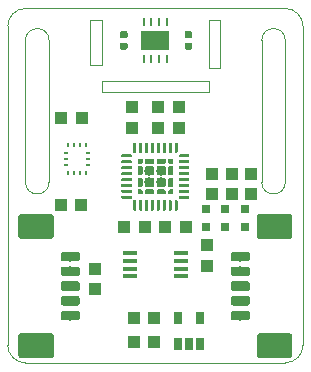
<source format=gbr>
G04 #@! TF.GenerationSoftware,KiCad,Pcbnew,5.1.2*
G04 #@! TF.CreationDate,2019-06-13T14:37:42+02:00*
G04 #@! TF.ProjectId,BodyTempUnit-e7,426f6479-5465-46d7-9055-6e69742d6537,rev?*
G04 #@! TF.SameCoordinates,Original*
G04 #@! TF.FileFunction,Paste,Top*
G04 #@! TF.FilePolarity,Positive*
%FSLAX46Y46*%
G04 Gerber Fmt 4.6, Leading zero omitted, Abs format (unit mm)*
G04 Created by KiCad (PCBNEW 5.1.2) date 2019-06-13 14:37:42*
%MOMM*%
%LPD*%
G04 APERTURE LIST*
%ADD10C,0.050000*%
%ADD11C,0.150000*%
%ADD12R,0.450000X0.250000*%
%ADD13R,0.250000X0.450000*%
%ADD14C,0.250000*%
%ADD15C,0.318785*%
%ADD16C,0.349614*%
%ADD17C,0.806226*%
%ADD18C,0.590000*%
%ADD19R,0.800000X0.800000*%
%ADD20C,2.100000*%
%ADD21C,0.800000*%
%ADD22R,1.100000X1.000000*%
%ADD23R,0.275600X0.799996*%
%ADD24R,1.080000X1.050000*%
%ADD25R,1.050000X1.080000*%
%ADD26R,0.650000X1.060000*%
%ADD27R,1.200000X0.450000*%
G04 APERTURE END LIST*
D10*
X88505000Y-135000033D02*
G75*
G03X90005000Y-133510000I0J1500033D01*
G01*
X64998200Y-133501400D02*
G75*
G03X66498200Y-135001400I1500000J0D01*
G01*
X82000000Y-112100000D02*
X82000000Y-111100000D01*
X73000000Y-112100000D02*
X73000000Y-111100000D01*
X72000000Y-109800000D02*
X73000000Y-109800000D01*
X82000000Y-110000000D02*
X83000000Y-110000000D01*
X83000000Y-106000000D02*
X83000000Y-110000000D01*
X82000000Y-106000000D02*
X83000000Y-106000000D01*
X82000000Y-106000000D02*
X82000000Y-110000000D01*
X72000000Y-106000000D02*
X72000000Y-109800000D01*
X73000000Y-106000000D02*
X72000000Y-106000000D01*
X73000000Y-109800000D02*
X73000000Y-106000000D01*
X82000000Y-112100000D02*
X73000000Y-112100000D01*
X66500000Y-105000000D02*
G75*
G03X65000000Y-106500000I0J-1500000D01*
G01*
X90000000Y-106500000D02*
G75*
G03X88500000Y-105000000I-1500000J0D01*
G01*
X90000000Y-106500000D02*
X90005000Y-133510000D01*
X65001100Y-106500000D02*
X64999600Y-133501400D01*
X66500000Y-105000000D02*
X88500000Y-105000000D01*
X88500000Y-107700000D02*
X88500000Y-119700000D01*
X86500000Y-119700000D02*
X86500000Y-107700000D01*
X88500000Y-119700000D02*
G75*
G02X86500000Y-119700000I-1000000J0D01*
G01*
X86500000Y-107700000D02*
G75*
G02X88500000Y-107700000I1000000J0D01*
G01*
X68500000Y-107700000D02*
X68500000Y-119700000D01*
X66500000Y-107700000D02*
G75*
G02X68500000Y-107700000I1000000J0D01*
G01*
X68500000Y-119700000D02*
G75*
G02X66500000Y-119700000I-1000000J0D01*
G01*
X66500000Y-119700000D02*
X66500000Y-107700000D01*
X73000000Y-111100000D02*
X82000000Y-111100000D01*
X88505000Y-135000000D02*
X66498200Y-135000000D01*
D11*
G36*
X76306200Y-108500100D02*
G01*
X78693800Y-108500100D01*
X78693800Y-106899900D01*
X76306200Y-106899900D01*
X76306200Y-108500100D01*
G37*
D12*
X71776100Y-117233600D03*
X71776100Y-117733600D03*
X71776100Y-118233600D03*
D13*
X71601100Y-118908600D03*
X71101100Y-118908600D03*
X70601100Y-118908600D03*
X70101100Y-118908600D03*
D12*
X69926100Y-118233600D03*
X69926100Y-117733600D03*
X69926100Y-117233600D03*
D13*
X70101100Y-116558600D03*
X70601100Y-116558600D03*
X71101100Y-116558600D03*
X71601100Y-116558600D03*
D11*
G36*
X75444726Y-120858901D02*
G01*
X75450793Y-120859801D01*
X75456743Y-120861291D01*
X75462518Y-120863358D01*
X75468062Y-120865980D01*
X75473323Y-120869133D01*
X75478250Y-120872787D01*
X75482794Y-120876906D01*
X75486913Y-120881450D01*
X75490567Y-120886377D01*
X75493720Y-120891638D01*
X75496342Y-120897182D01*
X75498409Y-120902957D01*
X75499899Y-120908907D01*
X75500799Y-120914974D01*
X75501100Y-120921100D01*
X75501100Y-121046100D01*
X75500799Y-121052226D01*
X75499899Y-121058293D01*
X75498409Y-121064243D01*
X75496342Y-121070018D01*
X75493720Y-121075562D01*
X75490567Y-121080823D01*
X75486913Y-121085750D01*
X75482794Y-121090294D01*
X75478250Y-121094413D01*
X75473323Y-121098067D01*
X75468062Y-121101220D01*
X75462518Y-121103842D01*
X75456743Y-121105909D01*
X75450793Y-121107399D01*
X75444726Y-121108299D01*
X75438600Y-121108600D01*
X74688600Y-121108600D01*
X74682474Y-121108299D01*
X74676407Y-121107399D01*
X74670457Y-121105909D01*
X74664682Y-121103842D01*
X74659138Y-121101220D01*
X74653877Y-121098067D01*
X74648950Y-121094413D01*
X74644406Y-121090294D01*
X74640287Y-121085750D01*
X74636633Y-121080823D01*
X74633480Y-121075562D01*
X74630858Y-121070018D01*
X74628791Y-121064243D01*
X74627301Y-121058293D01*
X74626401Y-121052226D01*
X74626100Y-121046100D01*
X74626100Y-120921100D01*
X74626401Y-120914974D01*
X74627301Y-120908907D01*
X74628791Y-120902957D01*
X74630858Y-120897182D01*
X74633480Y-120891638D01*
X74636633Y-120886377D01*
X74640287Y-120881450D01*
X74644406Y-120876906D01*
X74648950Y-120872787D01*
X74653877Y-120869133D01*
X74659138Y-120865980D01*
X74664682Y-120863358D01*
X74670457Y-120861291D01*
X74676407Y-120859801D01*
X74682474Y-120858901D01*
X74688600Y-120858600D01*
X75438600Y-120858600D01*
X75444726Y-120858901D01*
X75444726Y-120858901D01*
G37*
D14*
X75063600Y-120983600D03*
D11*
G36*
X75444726Y-120358901D02*
G01*
X75450793Y-120359801D01*
X75456743Y-120361291D01*
X75462518Y-120363358D01*
X75468062Y-120365980D01*
X75473323Y-120369133D01*
X75478250Y-120372787D01*
X75482794Y-120376906D01*
X75486913Y-120381450D01*
X75490567Y-120386377D01*
X75493720Y-120391638D01*
X75496342Y-120397182D01*
X75498409Y-120402957D01*
X75499899Y-120408907D01*
X75500799Y-120414974D01*
X75501100Y-120421100D01*
X75501100Y-120546100D01*
X75500799Y-120552226D01*
X75499899Y-120558293D01*
X75498409Y-120564243D01*
X75496342Y-120570018D01*
X75493720Y-120575562D01*
X75490567Y-120580823D01*
X75486913Y-120585750D01*
X75482794Y-120590294D01*
X75478250Y-120594413D01*
X75473323Y-120598067D01*
X75468062Y-120601220D01*
X75462518Y-120603842D01*
X75456743Y-120605909D01*
X75450793Y-120607399D01*
X75444726Y-120608299D01*
X75438600Y-120608600D01*
X74688600Y-120608600D01*
X74682474Y-120608299D01*
X74676407Y-120607399D01*
X74670457Y-120605909D01*
X74664682Y-120603842D01*
X74659138Y-120601220D01*
X74653877Y-120598067D01*
X74648950Y-120594413D01*
X74644406Y-120590294D01*
X74640287Y-120585750D01*
X74636633Y-120580823D01*
X74633480Y-120575562D01*
X74630858Y-120570018D01*
X74628791Y-120564243D01*
X74627301Y-120558293D01*
X74626401Y-120552226D01*
X74626100Y-120546100D01*
X74626100Y-120421100D01*
X74626401Y-120414974D01*
X74627301Y-120408907D01*
X74628791Y-120402957D01*
X74630858Y-120397182D01*
X74633480Y-120391638D01*
X74636633Y-120386377D01*
X74640287Y-120381450D01*
X74644406Y-120376906D01*
X74648950Y-120372787D01*
X74653877Y-120369133D01*
X74659138Y-120365980D01*
X74664682Y-120363358D01*
X74670457Y-120361291D01*
X74676407Y-120359801D01*
X74682474Y-120358901D01*
X74688600Y-120358600D01*
X75438600Y-120358600D01*
X75444726Y-120358901D01*
X75444726Y-120358901D01*
G37*
D14*
X75063600Y-120483600D03*
D11*
G36*
X75444726Y-119858901D02*
G01*
X75450793Y-119859801D01*
X75456743Y-119861291D01*
X75462518Y-119863358D01*
X75468062Y-119865980D01*
X75473323Y-119869133D01*
X75478250Y-119872787D01*
X75482794Y-119876906D01*
X75486913Y-119881450D01*
X75490567Y-119886377D01*
X75493720Y-119891638D01*
X75496342Y-119897182D01*
X75498409Y-119902957D01*
X75499899Y-119908907D01*
X75500799Y-119914974D01*
X75501100Y-119921100D01*
X75501100Y-120046100D01*
X75500799Y-120052226D01*
X75499899Y-120058293D01*
X75498409Y-120064243D01*
X75496342Y-120070018D01*
X75493720Y-120075562D01*
X75490567Y-120080823D01*
X75486913Y-120085750D01*
X75482794Y-120090294D01*
X75478250Y-120094413D01*
X75473323Y-120098067D01*
X75468062Y-120101220D01*
X75462518Y-120103842D01*
X75456743Y-120105909D01*
X75450793Y-120107399D01*
X75444726Y-120108299D01*
X75438600Y-120108600D01*
X74688600Y-120108600D01*
X74682474Y-120108299D01*
X74676407Y-120107399D01*
X74670457Y-120105909D01*
X74664682Y-120103842D01*
X74659138Y-120101220D01*
X74653877Y-120098067D01*
X74648950Y-120094413D01*
X74644406Y-120090294D01*
X74640287Y-120085750D01*
X74636633Y-120080823D01*
X74633480Y-120075562D01*
X74630858Y-120070018D01*
X74628791Y-120064243D01*
X74627301Y-120058293D01*
X74626401Y-120052226D01*
X74626100Y-120046100D01*
X74626100Y-119921100D01*
X74626401Y-119914974D01*
X74627301Y-119908907D01*
X74628791Y-119902957D01*
X74630858Y-119897182D01*
X74633480Y-119891638D01*
X74636633Y-119886377D01*
X74640287Y-119881450D01*
X74644406Y-119876906D01*
X74648950Y-119872787D01*
X74653877Y-119869133D01*
X74659138Y-119865980D01*
X74664682Y-119863358D01*
X74670457Y-119861291D01*
X74676407Y-119859801D01*
X74682474Y-119858901D01*
X74688600Y-119858600D01*
X75438600Y-119858600D01*
X75444726Y-119858901D01*
X75444726Y-119858901D01*
G37*
D14*
X75063600Y-119983600D03*
D11*
G36*
X75444726Y-119358901D02*
G01*
X75450793Y-119359801D01*
X75456743Y-119361291D01*
X75462518Y-119363358D01*
X75468062Y-119365980D01*
X75473323Y-119369133D01*
X75478250Y-119372787D01*
X75482794Y-119376906D01*
X75486913Y-119381450D01*
X75490567Y-119386377D01*
X75493720Y-119391638D01*
X75496342Y-119397182D01*
X75498409Y-119402957D01*
X75499899Y-119408907D01*
X75500799Y-119414974D01*
X75501100Y-119421100D01*
X75501100Y-119546100D01*
X75500799Y-119552226D01*
X75499899Y-119558293D01*
X75498409Y-119564243D01*
X75496342Y-119570018D01*
X75493720Y-119575562D01*
X75490567Y-119580823D01*
X75486913Y-119585750D01*
X75482794Y-119590294D01*
X75478250Y-119594413D01*
X75473323Y-119598067D01*
X75468062Y-119601220D01*
X75462518Y-119603842D01*
X75456743Y-119605909D01*
X75450793Y-119607399D01*
X75444726Y-119608299D01*
X75438600Y-119608600D01*
X74688600Y-119608600D01*
X74682474Y-119608299D01*
X74676407Y-119607399D01*
X74670457Y-119605909D01*
X74664682Y-119603842D01*
X74659138Y-119601220D01*
X74653877Y-119598067D01*
X74648950Y-119594413D01*
X74644406Y-119590294D01*
X74640287Y-119585750D01*
X74636633Y-119580823D01*
X74633480Y-119575562D01*
X74630858Y-119570018D01*
X74628791Y-119564243D01*
X74627301Y-119558293D01*
X74626401Y-119552226D01*
X74626100Y-119546100D01*
X74626100Y-119421100D01*
X74626401Y-119414974D01*
X74627301Y-119408907D01*
X74628791Y-119402957D01*
X74630858Y-119397182D01*
X74633480Y-119391638D01*
X74636633Y-119386377D01*
X74640287Y-119381450D01*
X74644406Y-119376906D01*
X74648950Y-119372787D01*
X74653877Y-119369133D01*
X74659138Y-119365980D01*
X74664682Y-119363358D01*
X74670457Y-119361291D01*
X74676407Y-119359801D01*
X74682474Y-119358901D01*
X74688600Y-119358600D01*
X75438600Y-119358600D01*
X75444726Y-119358901D01*
X75444726Y-119358901D01*
G37*
D14*
X75063600Y-119483600D03*
D11*
G36*
X75444726Y-118858901D02*
G01*
X75450793Y-118859801D01*
X75456743Y-118861291D01*
X75462518Y-118863358D01*
X75468062Y-118865980D01*
X75473323Y-118869133D01*
X75478250Y-118872787D01*
X75482794Y-118876906D01*
X75486913Y-118881450D01*
X75490567Y-118886377D01*
X75493720Y-118891638D01*
X75496342Y-118897182D01*
X75498409Y-118902957D01*
X75499899Y-118908907D01*
X75500799Y-118914974D01*
X75501100Y-118921100D01*
X75501100Y-119046100D01*
X75500799Y-119052226D01*
X75499899Y-119058293D01*
X75498409Y-119064243D01*
X75496342Y-119070018D01*
X75493720Y-119075562D01*
X75490567Y-119080823D01*
X75486913Y-119085750D01*
X75482794Y-119090294D01*
X75478250Y-119094413D01*
X75473323Y-119098067D01*
X75468062Y-119101220D01*
X75462518Y-119103842D01*
X75456743Y-119105909D01*
X75450793Y-119107399D01*
X75444726Y-119108299D01*
X75438600Y-119108600D01*
X74688600Y-119108600D01*
X74682474Y-119108299D01*
X74676407Y-119107399D01*
X74670457Y-119105909D01*
X74664682Y-119103842D01*
X74659138Y-119101220D01*
X74653877Y-119098067D01*
X74648950Y-119094413D01*
X74644406Y-119090294D01*
X74640287Y-119085750D01*
X74636633Y-119080823D01*
X74633480Y-119075562D01*
X74630858Y-119070018D01*
X74628791Y-119064243D01*
X74627301Y-119058293D01*
X74626401Y-119052226D01*
X74626100Y-119046100D01*
X74626100Y-118921100D01*
X74626401Y-118914974D01*
X74627301Y-118908907D01*
X74628791Y-118902957D01*
X74630858Y-118897182D01*
X74633480Y-118891638D01*
X74636633Y-118886377D01*
X74640287Y-118881450D01*
X74644406Y-118876906D01*
X74648950Y-118872787D01*
X74653877Y-118869133D01*
X74659138Y-118865980D01*
X74664682Y-118863358D01*
X74670457Y-118861291D01*
X74676407Y-118859801D01*
X74682474Y-118858901D01*
X74688600Y-118858600D01*
X75438600Y-118858600D01*
X75444726Y-118858901D01*
X75444726Y-118858901D01*
G37*
D14*
X75063600Y-118983600D03*
D11*
G36*
X75444726Y-118358901D02*
G01*
X75450793Y-118359801D01*
X75456743Y-118361291D01*
X75462518Y-118363358D01*
X75468062Y-118365980D01*
X75473323Y-118369133D01*
X75478250Y-118372787D01*
X75482794Y-118376906D01*
X75486913Y-118381450D01*
X75490567Y-118386377D01*
X75493720Y-118391638D01*
X75496342Y-118397182D01*
X75498409Y-118402957D01*
X75499899Y-118408907D01*
X75500799Y-118414974D01*
X75501100Y-118421100D01*
X75501100Y-118546100D01*
X75500799Y-118552226D01*
X75499899Y-118558293D01*
X75498409Y-118564243D01*
X75496342Y-118570018D01*
X75493720Y-118575562D01*
X75490567Y-118580823D01*
X75486913Y-118585750D01*
X75482794Y-118590294D01*
X75478250Y-118594413D01*
X75473323Y-118598067D01*
X75468062Y-118601220D01*
X75462518Y-118603842D01*
X75456743Y-118605909D01*
X75450793Y-118607399D01*
X75444726Y-118608299D01*
X75438600Y-118608600D01*
X74688600Y-118608600D01*
X74682474Y-118608299D01*
X74676407Y-118607399D01*
X74670457Y-118605909D01*
X74664682Y-118603842D01*
X74659138Y-118601220D01*
X74653877Y-118598067D01*
X74648950Y-118594413D01*
X74644406Y-118590294D01*
X74640287Y-118585750D01*
X74636633Y-118580823D01*
X74633480Y-118575562D01*
X74630858Y-118570018D01*
X74628791Y-118564243D01*
X74627301Y-118558293D01*
X74626401Y-118552226D01*
X74626100Y-118546100D01*
X74626100Y-118421100D01*
X74626401Y-118414974D01*
X74627301Y-118408907D01*
X74628791Y-118402957D01*
X74630858Y-118397182D01*
X74633480Y-118391638D01*
X74636633Y-118386377D01*
X74640287Y-118381450D01*
X74644406Y-118376906D01*
X74648950Y-118372787D01*
X74653877Y-118369133D01*
X74659138Y-118365980D01*
X74664682Y-118363358D01*
X74670457Y-118361291D01*
X74676407Y-118359801D01*
X74682474Y-118358901D01*
X74688600Y-118358600D01*
X75438600Y-118358600D01*
X75444726Y-118358901D01*
X75444726Y-118358901D01*
G37*
D14*
X75063600Y-118483600D03*
D11*
G36*
X75444726Y-117858901D02*
G01*
X75450793Y-117859801D01*
X75456743Y-117861291D01*
X75462518Y-117863358D01*
X75468062Y-117865980D01*
X75473323Y-117869133D01*
X75478250Y-117872787D01*
X75482794Y-117876906D01*
X75486913Y-117881450D01*
X75490567Y-117886377D01*
X75493720Y-117891638D01*
X75496342Y-117897182D01*
X75498409Y-117902957D01*
X75499899Y-117908907D01*
X75500799Y-117914974D01*
X75501100Y-117921100D01*
X75501100Y-118046100D01*
X75500799Y-118052226D01*
X75499899Y-118058293D01*
X75498409Y-118064243D01*
X75496342Y-118070018D01*
X75493720Y-118075562D01*
X75490567Y-118080823D01*
X75486913Y-118085750D01*
X75482794Y-118090294D01*
X75478250Y-118094413D01*
X75473323Y-118098067D01*
X75468062Y-118101220D01*
X75462518Y-118103842D01*
X75456743Y-118105909D01*
X75450793Y-118107399D01*
X75444726Y-118108299D01*
X75438600Y-118108600D01*
X74688600Y-118108600D01*
X74682474Y-118108299D01*
X74676407Y-118107399D01*
X74670457Y-118105909D01*
X74664682Y-118103842D01*
X74659138Y-118101220D01*
X74653877Y-118098067D01*
X74648950Y-118094413D01*
X74644406Y-118090294D01*
X74640287Y-118085750D01*
X74636633Y-118080823D01*
X74633480Y-118075562D01*
X74630858Y-118070018D01*
X74628791Y-118064243D01*
X74627301Y-118058293D01*
X74626401Y-118052226D01*
X74626100Y-118046100D01*
X74626100Y-117921100D01*
X74626401Y-117914974D01*
X74627301Y-117908907D01*
X74628791Y-117902957D01*
X74630858Y-117897182D01*
X74633480Y-117891638D01*
X74636633Y-117886377D01*
X74640287Y-117881450D01*
X74644406Y-117876906D01*
X74648950Y-117872787D01*
X74653877Y-117869133D01*
X74659138Y-117865980D01*
X74664682Y-117863358D01*
X74670457Y-117861291D01*
X74676407Y-117859801D01*
X74682474Y-117858901D01*
X74688600Y-117858600D01*
X75438600Y-117858600D01*
X75444726Y-117858901D01*
X75444726Y-117858901D01*
G37*
D14*
X75063600Y-117983600D03*
D11*
G36*
X75444726Y-117358901D02*
G01*
X75450793Y-117359801D01*
X75456743Y-117361291D01*
X75462518Y-117363358D01*
X75468062Y-117365980D01*
X75473323Y-117369133D01*
X75478250Y-117372787D01*
X75482794Y-117376906D01*
X75486913Y-117381450D01*
X75490567Y-117386377D01*
X75493720Y-117391638D01*
X75496342Y-117397182D01*
X75498409Y-117402957D01*
X75499899Y-117408907D01*
X75500799Y-117414974D01*
X75501100Y-117421100D01*
X75501100Y-117546100D01*
X75500799Y-117552226D01*
X75499899Y-117558293D01*
X75498409Y-117564243D01*
X75496342Y-117570018D01*
X75493720Y-117575562D01*
X75490567Y-117580823D01*
X75486913Y-117585750D01*
X75482794Y-117590294D01*
X75478250Y-117594413D01*
X75473323Y-117598067D01*
X75468062Y-117601220D01*
X75462518Y-117603842D01*
X75456743Y-117605909D01*
X75450793Y-117607399D01*
X75444726Y-117608299D01*
X75438600Y-117608600D01*
X74688600Y-117608600D01*
X74682474Y-117608299D01*
X74676407Y-117607399D01*
X74670457Y-117605909D01*
X74664682Y-117603842D01*
X74659138Y-117601220D01*
X74653877Y-117598067D01*
X74648950Y-117594413D01*
X74644406Y-117590294D01*
X74640287Y-117585750D01*
X74636633Y-117580823D01*
X74633480Y-117575562D01*
X74630858Y-117570018D01*
X74628791Y-117564243D01*
X74627301Y-117558293D01*
X74626401Y-117552226D01*
X74626100Y-117546100D01*
X74626100Y-117421100D01*
X74626401Y-117414974D01*
X74627301Y-117408907D01*
X74628791Y-117402957D01*
X74630858Y-117397182D01*
X74633480Y-117391638D01*
X74636633Y-117386377D01*
X74640287Y-117381450D01*
X74644406Y-117376906D01*
X74648950Y-117372787D01*
X74653877Y-117369133D01*
X74659138Y-117365980D01*
X74664682Y-117363358D01*
X74670457Y-117361291D01*
X74676407Y-117359801D01*
X74682474Y-117358901D01*
X74688600Y-117358600D01*
X75438600Y-117358600D01*
X75444726Y-117358901D01*
X75444726Y-117358901D01*
G37*
D14*
X75063600Y-117483600D03*
D11*
G36*
X75819726Y-116358901D02*
G01*
X75825793Y-116359801D01*
X75831743Y-116361291D01*
X75837518Y-116363358D01*
X75843062Y-116365980D01*
X75848323Y-116369133D01*
X75853250Y-116372787D01*
X75857794Y-116376906D01*
X75861913Y-116381450D01*
X75865567Y-116386377D01*
X75868720Y-116391638D01*
X75871342Y-116397182D01*
X75873409Y-116402957D01*
X75874899Y-116408907D01*
X75875799Y-116414974D01*
X75876100Y-116421100D01*
X75876100Y-117171100D01*
X75875799Y-117177226D01*
X75874899Y-117183293D01*
X75873409Y-117189243D01*
X75871342Y-117195018D01*
X75868720Y-117200562D01*
X75865567Y-117205823D01*
X75861913Y-117210750D01*
X75857794Y-117215294D01*
X75853250Y-117219413D01*
X75848323Y-117223067D01*
X75843062Y-117226220D01*
X75837518Y-117228842D01*
X75831743Y-117230909D01*
X75825793Y-117232399D01*
X75819726Y-117233299D01*
X75813600Y-117233600D01*
X75688600Y-117233600D01*
X75682474Y-117233299D01*
X75676407Y-117232399D01*
X75670457Y-117230909D01*
X75664682Y-117228842D01*
X75659138Y-117226220D01*
X75653877Y-117223067D01*
X75648950Y-117219413D01*
X75644406Y-117215294D01*
X75640287Y-117210750D01*
X75636633Y-117205823D01*
X75633480Y-117200562D01*
X75630858Y-117195018D01*
X75628791Y-117189243D01*
X75627301Y-117183293D01*
X75626401Y-117177226D01*
X75626100Y-117171100D01*
X75626100Y-116421100D01*
X75626401Y-116414974D01*
X75627301Y-116408907D01*
X75628791Y-116402957D01*
X75630858Y-116397182D01*
X75633480Y-116391638D01*
X75636633Y-116386377D01*
X75640287Y-116381450D01*
X75644406Y-116376906D01*
X75648950Y-116372787D01*
X75653877Y-116369133D01*
X75659138Y-116365980D01*
X75664682Y-116363358D01*
X75670457Y-116361291D01*
X75676407Y-116359801D01*
X75682474Y-116358901D01*
X75688600Y-116358600D01*
X75813600Y-116358600D01*
X75819726Y-116358901D01*
X75819726Y-116358901D01*
G37*
D14*
X75751100Y-116796100D03*
D11*
G36*
X76319726Y-116358901D02*
G01*
X76325793Y-116359801D01*
X76331743Y-116361291D01*
X76337518Y-116363358D01*
X76343062Y-116365980D01*
X76348323Y-116369133D01*
X76353250Y-116372787D01*
X76357794Y-116376906D01*
X76361913Y-116381450D01*
X76365567Y-116386377D01*
X76368720Y-116391638D01*
X76371342Y-116397182D01*
X76373409Y-116402957D01*
X76374899Y-116408907D01*
X76375799Y-116414974D01*
X76376100Y-116421100D01*
X76376100Y-117171100D01*
X76375799Y-117177226D01*
X76374899Y-117183293D01*
X76373409Y-117189243D01*
X76371342Y-117195018D01*
X76368720Y-117200562D01*
X76365567Y-117205823D01*
X76361913Y-117210750D01*
X76357794Y-117215294D01*
X76353250Y-117219413D01*
X76348323Y-117223067D01*
X76343062Y-117226220D01*
X76337518Y-117228842D01*
X76331743Y-117230909D01*
X76325793Y-117232399D01*
X76319726Y-117233299D01*
X76313600Y-117233600D01*
X76188600Y-117233600D01*
X76182474Y-117233299D01*
X76176407Y-117232399D01*
X76170457Y-117230909D01*
X76164682Y-117228842D01*
X76159138Y-117226220D01*
X76153877Y-117223067D01*
X76148950Y-117219413D01*
X76144406Y-117215294D01*
X76140287Y-117210750D01*
X76136633Y-117205823D01*
X76133480Y-117200562D01*
X76130858Y-117195018D01*
X76128791Y-117189243D01*
X76127301Y-117183293D01*
X76126401Y-117177226D01*
X76126100Y-117171100D01*
X76126100Y-116421100D01*
X76126401Y-116414974D01*
X76127301Y-116408907D01*
X76128791Y-116402957D01*
X76130858Y-116397182D01*
X76133480Y-116391638D01*
X76136633Y-116386377D01*
X76140287Y-116381450D01*
X76144406Y-116376906D01*
X76148950Y-116372787D01*
X76153877Y-116369133D01*
X76159138Y-116365980D01*
X76164682Y-116363358D01*
X76170457Y-116361291D01*
X76176407Y-116359801D01*
X76182474Y-116358901D01*
X76188600Y-116358600D01*
X76313600Y-116358600D01*
X76319726Y-116358901D01*
X76319726Y-116358901D01*
G37*
D14*
X76251100Y-116796100D03*
D11*
G36*
X76819726Y-116358901D02*
G01*
X76825793Y-116359801D01*
X76831743Y-116361291D01*
X76837518Y-116363358D01*
X76843062Y-116365980D01*
X76848323Y-116369133D01*
X76853250Y-116372787D01*
X76857794Y-116376906D01*
X76861913Y-116381450D01*
X76865567Y-116386377D01*
X76868720Y-116391638D01*
X76871342Y-116397182D01*
X76873409Y-116402957D01*
X76874899Y-116408907D01*
X76875799Y-116414974D01*
X76876100Y-116421100D01*
X76876100Y-117171100D01*
X76875799Y-117177226D01*
X76874899Y-117183293D01*
X76873409Y-117189243D01*
X76871342Y-117195018D01*
X76868720Y-117200562D01*
X76865567Y-117205823D01*
X76861913Y-117210750D01*
X76857794Y-117215294D01*
X76853250Y-117219413D01*
X76848323Y-117223067D01*
X76843062Y-117226220D01*
X76837518Y-117228842D01*
X76831743Y-117230909D01*
X76825793Y-117232399D01*
X76819726Y-117233299D01*
X76813600Y-117233600D01*
X76688600Y-117233600D01*
X76682474Y-117233299D01*
X76676407Y-117232399D01*
X76670457Y-117230909D01*
X76664682Y-117228842D01*
X76659138Y-117226220D01*
X76653877Y-117223067D01*
X76648950Y-117219413D01*
X76644406Y-117215294D01*
X76640287Y-117210750D01*
X76636633Y-117205823D01*
X76633480Y-117200562D01*
X76630858Y-117195018D01*
X76628791Y-117189243D01*
X76627301Y-117183293D01*
X76626401Y-117177226D01*
X76626100Y-117171100D01*
X76626100Y-116421100D01*
X76626401Y-116414974D01*
X76627301Y-116408907D01*
X76628791Y-116402957D01*
X76630858Y-116397182D01*
X76633480Y-116391638D01*
X76636633Y-116386377D01*
X76640287Y-116381450D01*
X76644406Y-116376906D01*
X76648950Y-116372787D01*
X76653877Y-116369133D01*
X76659138Y-116365980D01*
X76664682Y-116363358D01*
X76670457Y-116361291D01*
X76676407Y-116359801D01*
X76682474Y-116358901D01*
X76688600Y-116358600D01*
X76813600Y-116358600D01*
X76819726Y-116358901D01*
X76819726Y-116358901D01*
G37*
D14*
X76751100Y-116796100D03*
D11*
G36*
X77319726Y-116358901D02*
G01*
X77325793Y-116359801D01*
X77331743Y-116361291D01*
X77337518Y-116363358D01*
X77343062Y-116365980D01*
X77348323Y-116369133D01*
X77353250Y-116372787D01*
X77357794Y-116376906D01*
X77361913Y-116381450D01*
X77365567Y-116386377D01*
X77368720Y-116391638D01*
X77371342Y-116397182D01*
X77373409Y-116402957D01*
X77374899Y-116408907D01*
X77375799Y-116414974D01*
X77376100Y-116421100D01*
X77376100Y-117171100D01*
X77375799Y-117177226D01*
X77374899Y-117183293D01*
X77373409Y-117189243D01*
X77371342Y-117195018D01*
X77368720Y-117200562D01*
X77365567Y-117205823D01*
X77361913Y-117210750D01*
X77357794Y-117215294D01*
X77353250Y-117219413D01*
X77348323Y-117223067D01*
X77343062Y-117226220D01*
X77337518Y-117228842D01*
X77331743Y-117230909D01*
X77325793Y-117232399D01*
X77319726Y-117233299D01*
X77313600Y-117233600D01*
X77188600Y-117233600D01*
X77182474Y-117233299D01*
X77176407Y-117232399D01*
X77170457Y-117230909D01*
X77164682Y-117228842D01*
X77159138Y-117226220D01*
X77153877Y-117223067D01*
X77148950Y-117219413D01*
X77144406Y-117215294D01*
X77140287Y-117210750D01*
X77136633Y-117205823D01*
X77133480Y-117200562D01*
X77130858Y-117195018D01*
X77128791Y-117189243D01*
X77127301Y-117183293D01*
X77126401Y-117177226D01*
X77126100Y-117171100D01*
X77126100Y-116421100D01*
X77126401Y-116414974D01*
X77127301Y-116408907D01*
X77128791Y-116402957D01*
X77130858Y-116397182D01*
X77133480Y-116391638D01*
X77136633Y-116386377D01*
X77140287Y-116381450D01*
X77144406Y-116376906D01*
X77148950Y-116372787D01*
X77153877Y-116369133D01*
X77159138Y-116365980D01*
X77164682Y-116363358D01*
X77170457Y-116361291D01*
X77176407Y-116359801D01*
X77182474Y-116358901D01*
X77188600Y-116358600D01*
X77313600Y-116358600D01*
X77319726Y-116358901D01*
X77319726Y-116358901D01*
G37*
D14*
X77251100Y-116796100D03*
D11*
G36*
X77819726Y-116358901D02*
G01*
X77825793Y-116359801D01*
X77831743Y-116361291D01*
X77837518Y-116363358D01*
X77843062Y-116365980D01*
X77848323Y-116369133D01*
X77853250Y-116372787D01*
X77857794Y-116376906D01*
X77861913Y-116381450D01*
X77865567Y-116386377D01*
X77868720Y-116391638D01*
X77871342Y-116397182D01*
X77873409Y-116402957D01*
X77874899Y-116408907D01*
X77875799Y-116414974D01*
X77876100Y-116421100D01*
X77876100Y-117171100D01*
X77875799Y-117177226D01*
X77874899Y-117183293D01*
X77873409Y-117189243D01*
X77871342Y-117195018D01*
X77868720Y-117200562D01*
X77865567Y-117205823D01*
X77861913Y-117210750D01*
X77857794Y-117215294D01*
X77853250Y-117219413D01*
X77848323Y-117223067D01*
X77843062Y-117226220D01*
X77837518Y-117228842D01*
X77831743Y-117230909D01*
X77825793Y-117232399D01*
X77819726Y-117233299D01*
X77813600Y-117233600D01*
X77688600Y-117233600D01*
X77682474Y-117233299D01*
X77676407Y-117232399D01*
X77670457Y-117230909D01*
X77664682Y-117228842D01*
X77659138Y-117226220D01*
X77653877Y-117223067D01*
X77648950Y-117219413D01*
X77644406Y-117215294D01*
X77640287Y-117210750D01*
X77636633Y-117205823D01*
X77633480Y-117200562D01*
X77630858Y-117195018D01*
X77628791Y-117189243D01*
X77627301Y-117183293D01*
X77626401Y-117177226D01*
X77626100Y-117171100D01*
X77626100Y-116421100D01*
X77626401Y-116414974D01*
X77627301Y-116408907D01*
X77628791Y-116402957D01*
X77630858Y-116397182D01*
X77633480Y-116391638D01*
X77636633Y-116386377D01*
X77640287Y-116381450D01*
X77644406Y-116376906D01*
X77648950Y-116372787D01*
X77653877Y-116369133D01*
X77659138Y-116365980D01*
X77664682Y-116363358D01*
X77670457Y-116361291D01*
X77676407Y-116359801D01*
X77682474Y-116358901D01*
X77688600Y-116358600D01*
X77813600Y-116358600D01*
X77819726Y-116358901D01*
X77819726Y-116358901D01*
G37*
D14*
X77751100Y-116796100D03*
D11*
G36*
X78319726Y-116358901D02*
G01*
X78325793Y-116359801D01*
X78331743Y-116361291D01*
X78337518Y-116363358D01*
X78343062Y-116365980D01*
X78348323Y-116369133D01*
X78353250Y-116372787D01*
X78357794Y-116376906D01*
X78361913Y-116381450D01*
X78365567Y-116386377D01*
X78368720Y-116391638D01*
X78371342Y-116397182D01*
X78373409Y-116402957D01*
X78374899Y-116408907D01*
X78375799Y-116414974D01*
X78376100Y-116421100D01*
X78376100Y-117171100D01*
X78375799Y-117177226D01*
X78374899Y-117183293D01*
X78373409Y-117189243D01*
X78371342Y-117195018D01*
X78368720Y-117200562D01*
X78365567Y-117205823D01*
X78361913Y-117210750D01*
X78357794Y-117215294D01*
X78353250Y-117219413D01*
X78348323Y-117223067D01*
X78343062Y-117226220D01*
X78337518Y-117228842D01*
X78331743Y-117230909D01*
X78325793Y-117232399D01*
X78319726Y-117233299D01*
X78313600Y-117233600D01*
X78188600Y-117233600D01*
X78182474Y-117233299D01*
X78176407Y-117232399D01*
X78170457Y-117230909D01*
X78164682Y-117228842D01*
X78159138Y-117226220D01*
X78153877Y-117223067D01*
X78148950Y-117219413D01*
X78144406Y-117215294D01*
X78140287Y-117210750D01*
X78136633Y-117205823D01*
X78133480Y-117200562D01*
X78130858Y-117195018D01*
X78128791Y-117189243D01*
X78127301Y-117183293D01*
X78126401Y-117177226D01*
X78126100Y-117171100D01*
X78126100Y-116421100D01*
X78126401Y-116414974D01*
X78127301Y-116408907D01*
X78128791Y-116402957D01*
X78130858Y-116397182D01*
X78133480Y-116391638D01*
X78136633Y-116386377D01*
X78140287Y-116381450D01*
X78144406Y-116376906D01*
X78148950Y-116372787D01*
X78153877Y-116369133D01*
X78159138Y-116365980D01*
X78164682Y-116363358D01*
X78170457Y-116361291D01*
X78176407Y-116359801D01*
X78182474Y-116358901D01*
X78188600Y-116358600D01*
X78313600Y-116358600D01*
X78319726Y-116358901D01*
X78319726Y-116358901D01*
G37*
D14*
X78251100Y-116796100D03*
D11*
G36*
X78819726Y-116358901D02*
G01*
X78825793Y-116359801D01*
X78831743Y-116361291D01*
X78837518Y-116363358D01*
X78843062Y-116365980D01*
X78848323Y-116369133D01*
X78853250Y-116372787D01*
X78857794Y-116376906D01*
X78861913Y-116381450D01*
X78865567Y-116386377D01*
X78868720Y-116391638D01*
X78871342Y-116397182D01*
X78873409Y-116402957D01*
X78874899Y-116408907D01*
X78875799Y-116414974D01*
X78876100Y-116421100D01*
X78876100Y-117171100D01*
X78875799Y-117177226D01*
X78874899Y-117183293D01*
X78873409Y-117189243D01*
X78871342Y-117195018D01*
X78868720Y-117200562D01*
X78865567Y-117205823D01*
X78861913Y-117210750D01*
X78857794Y-117215294D01*
X78853250Y-117219413D01*
X78848323Y-117223067D01*
X78843062Y-117226220D01*
X78837518Y-117228842D01*
X78831743Y-117230909D01*
X78825793Y-117232399D01*
X78819726Y-117233299D01*
X78813600Y-117233600D01*
X78688600Y-117233600D01*
X78682474Y-117233299D01*
X78676407Y-117232399D01*
X78670457Y-117230909D01*
X78664682Y-117228842D01*
X78659138Y-117226220D01*
X78653877Y-117223067D01*
X78648950Y-117219413D01*
X78644406Y-117215294D01*
X78640287Y-117210750D01*
X78636633Y-117205823D01*
X78633480Y-117200562D01*
X78630858Y-117195018D01*
X78628791Y-117189243D01*
X78627301Y-117183293D01*
X78626401Y-117177226D01*
X78626100Y-117171100D01*
X78626100Y-116421100D01*
X78626401Y-116414974D01*
X78627301Y-116408907D01*
X78628791Y-116402957D01*
X78630858Y-116397182D01*
X78633480Y-116391638D01*
X78636633Y-116386377D01*
X78640287Y-116381450D01*
X78644406Y-116376906D01*
X78648950Y-116372787D01*
X78653877Y-116369133D01*
X78659138Y-116365980D01*
X78664682Y-116363358D01*
X78670457Y-116361291D01*
X78676407Y-116359801D01*
X78682474Y-116358901D01*
X78688600Y-116358600D01*
X78813600Y-116358600D01*
X78819726Y-116358901D01*
X78819726Y-116358901D01*
G37*
D14*
X78751100Y-116796100D03*
D11*
G36*
X79319726Y-116358901D02*
G01*
X79325793Y-116359801D01*
X79331743Y-116361291D01*
X79337518Y-116363358D01*
X79343062Y-116365980D01*
X79348323Y-116369133D01*
X79353250Y-116372787D01*
X79357794Y-116376906D01*
X79361913Y-116381450D01*
X79365567Y-116386377D01*
X79368720Y-116391638D01*
X79371342Y-116397182D01*
X79373409Y-116402957D01*
X79374899Y-116408907D01*
X79375799Y-116414974D01*
X79376100Y-116421100D01*
X79376100Y-117171100D01*
X79375799Y-117177226D01*
X79374899Y-117183293D01*
X79373409Y-117189243D01*
X79371342Y-117195018D01*
X79368720Y-117200562D01*
X79365567Y-117205823D01*
X79361913Y-117210750D01*
X79357794Y-117215294D01*
X79353250Y-117219413D01*
X79348323Y-117223067D01*
X79343062Y-117226220D01*
X79337518Y-117228842D01*
X79331743Y-117230909D01*
X79325793Y-117232399D01*
X79319726Y-117233299D01*
X79313600Y-117233600D01*
X79188600Y-117233600D01*
X79182474Y-117233299D01*
X79176407Y-117232399D01*
X79170457Y-117230909D01*
X79164682Y-117228842D01*
X79159138Y-117226220D01*
X79153877Y-117223067D01*
X79148950Y-117219413D01*
X79144406Y-117215294D01*
X79140287Y-117210750D01*
X79136633Y-117205823D01*
X79133480Y-117200562D01*
X79130858Y-117195018D01*
X79128791Y-117189243D01*
X79127301Y-117183293D01*
X79126401Y-117177226D01*
X79126100Y-117171100D01*
X79126100Y-116421100D01*
X79126401Y-116414974D01*
X79127301Y-116408907D01*
X79128791Y-116402957D01*
X79130858Y-116397182D01*
X79133480Y-116391638D01*
X79136633Y-116386377D01*
X79140287Y-116381450D01*
X79144406Y-116376906D01*
X79148950Y-116372787D01*
X79153877Y-116369133D01*
X79159138Y-116365980D01*
X79164682Y-116363358D01*
X79170457Y-116361291D01*
X79176407Y-116359801D01*
X79182474Y-116358901D01*
X79188600Y-116358600D01*
X79313600Y-116358600D01*
X79319726Y-116358901D01*
X79319726Y-116358901D01*
G37*
D14*
X79251100Y-116796100D03*
D11*
G36*
X80319726Y-117358901D02*
G01*
X80325793Y-117359801D01*
X80331743Y-117361291D01*
X80337518Y-117363358D01*
X80343062Y-117365980D01*
X80348323Y-117369133D01*
X80353250Y-117372787D01*
X80357794Y-117376906D01*
X80361913Y-117381450D01*
X80365567Y-117386377D01*
X80368720Y-117391638D01*
X80371342Y-117397182D01*
X80373409Y-117402957D01*
X80374899Y-117408907D01*
X80375799Y-117414974D01*
X80376100Y-117421100D01*
X80376100Y-117546100D01*
X80375799Y-117552226D01*
X80374899Y-117558293D01*
X80373409Y-117564243D01*
X80371342Y-117570018D01*
X80368720Y-117575562D01*
X80365567Y-117580823D01*
X80361913Y-117585750D01*
X80357794Y-117590294D01*
X80353250Y-117594413D01*
X80348323Y-117598067D01*
X80343062Y-117601220D01*
X80337518Y-117603842D01*
X80331743Y-117605909D01*
X80325793Y-117607399D01*
X80319726Y-117608299D01*
X80313600Y-117608600D01*
X79563600Y-117608600D01*
X79557474Y-117608299D01*
X79551407Y-117607399D01*
X79545457Y-117605909D01*
X79539682Y-117603842D01*
X79534138Y-117601220D01*
X79528877Y-117598067D01*
X79523950Y-117594413D01*
X79519406Y-117590294D01*
X79515287Y-117585750D01*
X79511633Y-117580823D01*
X79508480Y-117575562D01*
X79505858Y-117570018D01*
X79503791Y-117564243D01*
X79502301Y-117558293D01*
X79501401Y-117552226D01*
X79501100Y-117546100D01*
X79501100Y-117421100D01*
X79501401Y-117414974D01*
X79502301Y-117408907D01*
X79503791Y-117402957D01*
X79505858Y-117397182D01*
X79508480Y-117391638D01*
X79511633Y-117386377D01*
X79515287Y-117381450D01*
X79519406Y-117376906D01*
X79523950Y-117372787D01*
X79528877Y-117369133D01*
X79534138Y-117365980D01*
X79539682Y-117363358D01*
X79545457Y-117361291D01*
X79551407Y-117359801D01*
X79557474Y-117358901D01*
X79563600Y-117358600D01*
X80313600Y-117358600D01*
X80319726Y-117358901D01*
X80319726Y-117358901D01*
G37*
D14*
X79938600Y-117483600D03*
D11*
G36*
X80319726Y-117858901D02*
G01*
X80325793Y-117859801D01*
X80331743Y-117861291D01*
X80337518Y-117863358D01*
X80343062Y-117865980D01*
X80348323Y-117869133D01*
X80353250Y-117872787D01*
X80357794Y-117876906D01*
X80361913Y-117881450D01*
X80365567Y-117886377D01*
X80368720Y-117891638D01*
X80371342Y-117897182D01*
X80373409Y-117902957D01*
X80374899Y-117908907D01*
X80375799Y-117914974D01*
X80376100Y-117921100D01*
X80376100Y-118046100D01*
X80375799Y-118052226D01*
X80374899Y-118058293D01*
X80373409Y-118064243D01*
X80371342Y-118070018D01*
X80368720Y-118075562D01*
X80365567Y-118080823D01*
X80361913Y-118085750D01*
X80357794Y-118090294D01*
X80353250Y-118094413D01*
X80348323Y-118098067D01*
X80343062Y-118101220D01*
X80337518Y-118103842D01*
X80331743Y-118105909D01*
X80325793Y-118107399D01*
X80319726Y-118108299D01*
X80313600Y-118108600D01*
X79563600Y-118108600D01*
X79557474Y-118108299D01*
X79551407Y-118107399D01*
X79545457Y-118105909D01*
X79539682Y-118103842D01*
X79534138Y-118101220D01*
X79528877Y-118098067D01*
X79523950Y-118094413D01*
X79519406Y-118090294D01*
X79515287Y-118085750D01*
X79511633Y-118080823D01*
X79508480Y-118075562D01*
X79505858Y-118070018D01*
X79503791Y-118064243D01*
X79502301Y-118058293D01*
X79501401Y-118052226D01*
X79501100Y-118046100D01*
X79501100Y-117921100D01*
X79501401Y-117914974D01*
X79502301Y-117908907D01*
X79503791Y-117902957D01*
X79505858Y-117897182D01*
X79508480Y-117891638D01*
X79511633Y-117886377D01*
X79515287Y-117881450D01*
X79519406Y-117876906D01*
X79523950Y-117872787D01*
X79528877Y-117869133D01*
X79534138Y-117865980D01*
X79539682Y-117863358D01*
X79545457Y-117861291D01*
X79551407Y-117859801D01*
X79557474Y-117858901D01*
X79563600Y-117858600D01*
X80313600Y-117858600D01*
X80319726Y-117858901D01*
X80319726Y-117858901D01*
G37*
D14*
X79938600Y-117983600D03*
D11*
G36*
X80319726Y-118358901D02*
G01*
X80325793Y-118359801D01*
X80331743Y-118361291D01*
X80337518Y-118363358D01*
X80343062Y-118365980D01*
X80348323Y-118369133D01*
X80353250Y-118372787D01*
X80357794Y-118376906D01*
X80361913Y-118381450D01*
X80365567Y-118386377D01*
X80368720Y-118391638D01*
X80371342Y-118397182D01*
X80373409Y-118402957D01*
X80374899Y-118408907D01*
X80375799Y-118414974D01*
X80376100Y-118421100D01*
X80376100Y-118546100D01*
X80375799Y-118552226D01*
X80374899Y-118558293D01*
X80373409Y-118564243D01*
X80371342Y-118570018D01*
X80368720Y-118575562D01*
X80365567Y-118580823D01*
X80361913Y-118585750D01*
X80357794Y-118590294D01*
X80353250Y-118594413D01*
X80348323Y-118598067D01*
X80343062Y-118601220D01*
X80337518Y-118603842D01*
X80331743Y-118605909D01*
X80325793Y-118607399D01*
X80319726Y-118608299D01*
X80313600Y-118608600D01*
X79563600Y-118608600D01*
X79557474Y-118608299D01*
X79551407Y-118607399D01*
X79545457Y-118605909D01*
X79539682Y-118603842D01*
X79534138Y-118601220D01*
X79528877Y-118598067D01*
X79523950Y-118594413D01*
X79519406Y-118590294D01*
X79515287Y-118585750D01*
X79511633Y-118580823D01*
X79508480Y-118575562D01*
X79505858Y-118570018D01*
X79503791Y-118564243D01*
X79502301Y-118558293D01*
X79501401Y-118552226D01*
X79501100Y-118546100D01*
X79501100Y-118421100D01*
X79501401Y-118414974D01*
X79502301Y-118408907D01*
X79503791Y-118402957D01*
X79505858Y-118397182D01*
X79508480Y-118391638D01*
X79511633Y-118386377D01*
X79515287Y-118381450D01*
X79519406Y-118376906D01*
X79523950Y-118372787D01*
X79528877Y-118369133D01*
X79534138Y-118365980D01*
X79539682Y-118363358D01*
X79545457Y-118361291D01*
X79551407Y-118359801D01*
X79557474Y-118358901D01*
X79563600Y-118358600D01*
X80313600Y-118358600D01*
X80319726Y-118358901D01*
X80319726Y-118358901D01*
G37*
D14*
X79938600Y-118483600D03*
D11*
G36*
X80319726Y-118858901D02*
G01*
X80325793Y-118859801D01*
X80331743Y-118861291D01*
X80337518Y-118863358D01*
X80343062Y-118865980D01*
X80348323Y-118869133D01*
X80353250Y-118872787D01*
X80357794Y-118876906D01*
X80361913Y-118881450D01*
X80365567Y-118886377D01*
X80368720Y-118891638D01*
X80371342Y-118897182D01*
X80373409Y-118902957D01*
X80374899Y-118908907D01*
X80375799Y-118914974D01*
X80376100Y-118921100D01*
X80376100Y-119046100D01*
X80375799Y-119052226D01*
X80374899Y-119058293D01*
X80373409Y-119064243D01*
X80371342Y-119070018D01*
X80368720Y-119075562D01*
X80365567Y-119080823D01*
X80361913Y-119085750D01*
X80357794Y-119090294D01*
X80353250Y-119094413D01*
X80348323Y-119098067D01*
X80343062Y-119101220D01*
X80337518Y-119103842D01*
X80331743Y-119105909D01*
X80325793Y-119107399D01*
X80319726Y-119108299D01*
X80313600Y-119108600D01*
X79563600Y-119108600D01*
X79557474Y-119108299D01*
X79551407Y-119107399D01*
X79545457Y-119105909D01*
X79539682Y-119103842D01*
X79534138Y-119101220D01*
X79528877Y-119098067D01*
X79523950Y-119094413D01*
X79519406Y-119090294D01*
X79515287Y-119085750D01*
X79511633Y-119080823D01*
X79508480Y-119075562D01*
X79505858Y-119070018D01*
X79503791Y-119064243D01*
X79502301Y-119058293D01*
X79501401Y-119052226D01*
X79501100Y-119046100D01*
X79501100Y-118921100D01*
X79501401Y-118914974D01*
X79502301Y-118908907D01*
X79503791Y-118902957D01*
X79505858Y-118897182D01*
X79508480Y-118891638D01*
X79511633Y-118886377D01*
X79515287Y-118881450D01*
X79519406Y-118876906D01*
X79523950Y-118872787D01*
X79528877Y-118869133D01*
X79534138Y-118865980D01*
X79539682Y-118863358D01*
X79545457Y-118861291D01*
X79551407Y-118859801D01*
X79557474Y-118858901D01*
X79563600Y-118858600D01*
X80313600Y-118858600D01*
X80319726Y-118858901D01*
X80319726Y-118858901D01*
G37*
D14*
X79938600Y-118983600D03*
D11*
G36*
X80319726Y-119358901D02*
G01*
X80325793Y-119359801D01*
X80331743Y-119361291D01*
X80337518Y-119363358D01*
X80343062Y-119365980D01*
X80348323Y-119369133D01*
X80353250Y-119372787D01*
X80357794Y-119376906D01*
X80361913Y-119381450D01*
X80365567Y-119386377D01*
X80368720Y-119391638D01*
X80371342Y-119397182D01*
X80373409Y-119402957D01*
X80374899Y-119408907D01*
X80375799Y-119414974D01*
X80376100Y-119421100D01*
X80376100Y-119546100D01*
X80375799Y-119552226D01*
X80374899Y-119558293D01*
X80373409Y-119564243D01*
X80371342Y-119570018D01*
X80368720Y-119575562D01*
X80365567Y-119580823D01*
X80361913Y-119585750D01*
X80357794Y-119590294D01*
X80353250Y-119594413D01*
X80348323Y-119598067D01*
X80343062Y-119601220D01*
X80337518Y-119603842D01*
X80331743Y-119605909D01*
X80325793Y-119607399D01*
X80319726Y-119608299D01*
X80313600Y-119608600D01*
X79563600Y-119608600D01*
X79557474Y-119608299D01*
X79551407Y-119607399D01*
X79545457Y-119605909D01*
X79539682Y-119603842D01*
X79534138Y-119601220D01*
X79528877Y-119598067D01*
X79523950Y-119594413D01*
X79519406Y-119590294D01*
X79515287Y-119585750D01*
X79511633Y-119580823D01*
X79508480Y-119575562D01*
X79505858Y-119570018D01*
X79503791Y-119564243D01*
X79502301Y-119558293D01*
X79501401Y-119552226D01*
X79501100Y-119546100D01*
X79501100Y-119421100D01*
X79501401Y-119414974D01*
X79502301Y-119408907D01*
X79503791Y-119402957D01*
X79505858Y-119397182D01*
X79508480Y-119391638D01*
X79511633Y-119386377D01*
X79515287Y-119381450D01*
X79519406Y-119376906D01*
X79523950Y-119372787D01*
X79528877Y-119369133D01*
X79534138Y-119365980D01*
X79539682Y-119363358D01*
X79545457Y-119361291D01*
X79551407Y-119359801D01*
X79557474Y-119358901D01*
X79563600Y-119358600D01*
X80313600Y-119358600D01*
X80319726Y-119358901D01*
X80319726Y-119358901D01*
G37*
D14*
X79938600Y-119483600D03*
D11*
G36*
X80319726Y-119858901D02*
G01*
X80325793Y-119859801D01*
X80331743Y-119861291D01*
X80337518Y-119863358D01*
X80343062Y-119865980D01*
X80348323Y-119869133D01*
X80353250Y-119872787D01*
X80357794Y-119876906D01*
X80361913Y-119881450D01*
X80365567Y-119886377D01*
X80368720Y-119891638D01*
X80371342Y-119897182D01*
X80373409Y-119902957D01*
X80374899Y-119908907D01*
X80375799Y-119914974D01*
X80376100Y-119921100D01*
X80376100Y-120046100D01*
X80375799Y-120052226D01*
X80374899Y-120058293D01*
X80373409Y-120064243D01*
X80371342Y-120070018D01*
X80368720Y-120075562D01*
X80365567Y-120080823D01*
X80361913Y-120085750D01*
X80357794Y-120090294D01*
X80353250Y-120094413D01*
X80348323Y-120098067D01*
X80343062Y-120101220D01*
X80337518Y-120103842D01*
X80331743Y-120105909D01*
X80325793Y-120107399D01*
X80319726Y-120108299D01*
X80313600Y-120108600D01*
X79563600Y-120108600D01*
X79557474Y-120108299D01*
X79551407Y-120107399D01*
X79545457Y-120105909D01*
X79539682Y-120103842D01*
X79534138Y-120101220D01*
X79528877Y-120098067D01*
X79523950Y-120094413D01*
X79519406Y-120090294D01*
X79515287Y-120085750D01*
X79511633Y-120080823D01*
X79508480Y-120075562D01*
X79505858Y-120070018D01*
X79503791Y-120064243D01*
X79502301Y-120058293D01*
X79501401Y-120052226D01*
X79501100Y-120046100D01*
X79501100Y-119921100D01*
X79501401Y-119914974D01*
X79502301Y-119908907D01*
X79503791Y-119902957D01*
X79505858Y-119897182D01*
X79508480Y-119891638D01*
X79511633Y-119886377D01*
X79515287Y-119881450D01*
X79519406Y-119876906D01*
X79523950Y-119872787D01*
X79528877Y-119869133D01*
X79534138Y-119865980D01*
X79539682Y-119863358D01*
X79545457Y-119861291D01*
X79551407Y-119859801D01*
X79557474Y-119858901D01*
X79563600Y-119858600D01*
X80313600Y-119858600D01*
X80319726Y-119858901D01*
X80319726Y-119858901D01*
G37*
D14*
X79938600Y-119983600D03*
D11*
G36*
X80319726Y-120358901D02*
G01*
X80325793Y-120359801D01*
X80331743Y-120361291D01*
X80337518Y-120363358D01*
X80343062Y-120365980D01*
X80348323Y-120369133D01*
X80353250Y-120372787D01*
X80357794Y-120376906D01*
X80361913Y-120381450D01*
X80365567Y-120386377D01*
X80368720Y-120391638D01*
X80371342Y-120397182D01*
X80373409Y-120402957D01*
X80374899Y-120408907D01*
X80375799Y-120414974D01*
X80376100Y-120421100D01*
X80376100Y-120546100D01*
X80375799Y-120552226D01*
X80374899Y-120558293D01*
X80373409Y-120564243D01*
X80371342Y-120570018D01*
X80368720Y-120575562D01*
X80365567Y-120580823D01*
X80361913Y-120585750D01*
X80357794Y-120590294D01*
X80353250Y-120594413D01*
X80348323Y-120598067D01*
X80343062Y-120601220D01*
X80337518Y-120603842D01*
X80331743Y-120605909D01*
X80325793Y-120607399D01*
X80319726Y-120608299D01*
X80313600Y-120608600D01*
X79563600Y-120608600D01*
X79557474Y-120608299D01*
X79551407Y-120607399D01*
X79545457Y-120605909D01*
X79539682Y-120603842D01*
X79534138Y-120601220D01*
X79528877Y-120598067D01*
X79523950Y-120594413D01*
X79519406Y-120590294D01*
X79515287Y-120585750D01*
X79511633Y-120580823D01*
X79508480Y-120575562D01*
X79505858Y-120570018D01*
X79503791Y-120564243D01*
X79502301Y-120558293D01*
X79501401Y-120552226D01*
X79501100Y-120546100D01*
X79501100Y-120421100D01*
X79501401Y-120414974D01*
X79502301Y-120408907D01*
X79503791Y-120402957D01*
X79505858Y-120397182D01*
X79508480Y-120391638D01*
X79511633Y-120386377D01*
X79515287Y-120381450D01*
X79519406Y-120376906D01*
X79523950Y-120372787D01*
X79528877Y-120369133D01*
X79534138Y-120365980D01*
X79539682Y-120363358D01*
X79545457Y-120361291D01*
X79551407Y-120359801D01*
X79557474Y-120358901D01*
X79563600Y-120358600D01*
X80313600Y-120358600D01*
X80319726Y-120358901D01*
X80319726Y-120358901D01*
G37*
D14*
X79938600Y-120483600D03*
D11*
G36*
X80319726Y-120858901D02*
G01*
X80325793Y-120859801D01*
X80331743Y-120861291D01*
X80337518Y-120863358D01*
X80343062Y-120865980D01*
X80348323Y-120869133D01*
X80353250Y-120872787D01*
X80357794Y-120876906D01*
X80361913Y-120881450D01*
X80365567Y-120886377D01*
X80368720Y-120891638D01*
X80371342Y-120897182D01*
X80373409Y-120902957D01*
X80374899Y-120908907D01*
X80375799Y-120914974D01*
X80376100Y-120921100D01*
X80376100Y-121046100D01*
X80375799Y-121052226D01*
X80374899Y-121058293D01*
X80373409Y-121064243D01*
X80371342Y-121070018D01*
X80368720Y-121075562D01*
X80365567Y-121080823D01*
X80361913Y-121085750D01*
X80357794Y-121090294D01*
X80353250Y-121094413D01*
X80348323Y-121098067D01*
X80343062Y-121101220D01*
X80337518Y-121103842D01*
X80331743Y-121105909D01*
X80325793Y-121107399D01*
X80319726Y-121108299D01*
X80313600Y-121108600D01*
X79563600Y-121108600D01*
X79557474Y-121108299D01*
X79551407Y-121107399D01*
X79545457Y-121105909D01*
X79539682Y-121103842D01*
X79534138Y-121101220D01*
X79528877Y-121098067D01*
X79523950Y-121094413D01*
X79519406Y-121090294D01*
X79515287Y-121085750D01*
X79511633Y-121080823D01*
X79508480Y-121075562D01*
X79505858Y-121070018D01*
X79503791Y-121064243D01*
X79502301Y-121058293D01*
X79501401Y-121052226D01*
X79501100Y-121046100D01*
X79501100Y-120921100D01*
X79501401Y-120914974D01*
X79502301Y-120908907D01*
X79503791Y-120902957D01*
X79505858Y-120897182D01*
X79508480Y-120891638D01*
X79511633Y-120886377D01*
X79515287Y-120881450D01*
X79519406Y-120876906D01*
X79523950Y-120872787D01*
X79528877Y-120869133D01*
X79534138Y-120865980D01*
X79539682Y-120863358D01*
X79545457Y-120861291D01*
X79551407Y-120859801D01*
X79557474Y-120858901D01*
X79563600Y-120858600D01*
X80313600Y-120858600D01*
X80319726Y-120858901D01*
X80319726Y-120858901D01*
G37*
D14*
X79938600Y-120983600D03*
D11*
G36*
X79319726Y-121233901D02*
G01*
X79325793Y-121234801D01*
X79331743Y-121236291D01*
X79337518Y-121238358D01*
X79343062Y-121240980D01*
X79348323Y-121244133D01*
X79353250Y-121247787D01*
X79357794Y-121251906D01*
X79361913Y-121256450D01*
X79365567Y-121261377D01*
X79368720Y-121266638D01*
X79371342Y-121272182D01*
X79373409Y-121277957D01*
X79374899Y-121283907D01*
X79375799Y-121289974D01*
X79376100Y-121296100D01*
X79376100Y-122046100D01*
X79375799Y-122052226D01*
X79374899Y-122058293D01*
X79373409Y-122064243D01*
X79371342Y-122070018D01*
X79368720Y-122075562D01*
X79365567Y-122080823D01*
X79361913Y-122085750D01*
X79357794Y-122090294D01*
X79353250Y-122094413D01*
X79348323Y-122098067D01*
X79343062Y-122101220D01*
X79337518Y-122103842D01*
X79331743Y-122105909D01*
X79325793Y-122107399D01*
X79319726Y-122108299D01*
X79313600Y-122108600D01*
X79188600Y-122108600D01*
X79182474Y-122108299D01*
X79176407Y-122107399D01*
X79170457Y-122105909D01*
X79164682Y-122103842D01*
X79159138Y-122101220D01*
X79153877Y-122098067D01*
X79148950Y-122094413D01*
X79144406Y-122090294D01*
X79140287Y-122085750D01*
X79136633Y-122080823D01*
X79133480Y-122075562D01*
X79130858Y-122070018D01*
X79128791Y-122064243D01*
X79127301Y-122058293D01*
X79126401Y-122052226D01*
X79126100Y-122046100D01*
X79126100Y-121296100D01*
X79126401Y-121289974D01*
X79127301Y-121283907D01*
X79128791Y-121277957D01*
X79130858Y-121272182D01*
X79133480Y-121266638D01*
X79136633Y-121261377D01*
X79140287Y-121256450D01*
X79144406Y-121251906D01*
X79148950Y-121247787D01*
X79153877Y-121244133D01*
X79159138Y-121240980D01*
X79164682Y-121238358D01*
X79170457Y-121236291D01*
X79176407Y-121234801D01*
X79182474Y-121233901D01*
X79188600Y-121233600D01*
X79313600Y-121233600D01*
X79319726Y-121233901D01*
X79319726Y-121233901D01*
G37*
D14*
X79251100Y-121671100D03*
D11*
G36*
X78819726Y-121233901D02*
G01*
X78825793Y-121234801D01*
X78831743Y-121236291D01*
X78837518Y-121238358D01*
X78843062Y-121240980D01*
X78848323Y-121244133D01*
X78853250Y-121247787D01*
X78857794Y-121251906D01*
X78861913Y-121256450D01*
X78865567Y-121261377D01*
X78868720Y-121266638D01*
X78871342Y-121272182D01*
X78873409Y-121277957D01*
X78874899Y-121283907D01*
X78875799Y-121289974D01*
X78876100Y-121296100D01*
X78876100Y-122046100D01*
X78875799Y-122052226D01*
X78874899Y-122058293D01*
X78873409Y-122064243D01*
X78871342Y-122070018D01*
X78868720Y-122075562D01*
X78865567Y-122080823D01*
X78861913Y-122085750D01*
X78857794Y-122090294D01*
X78853250Y-122094413D01*
X78848323Y-122098067D01*
X78843062Y-122101220D01*
X78837518Y-122103842D01*
X78831743Y-122105909D01*
X78825793Y-122107399D01*
X78819726Y-122108299D01*
X78813600Y-122108600D01*
X78688600Y-122108600D01*
X78682474Y-122108299D01*
X78676407Y-122107399D01*
X78670457Y-122105909D01*
X78664682Y-122103842D01*
X78659138Y-122101220D01*
X78653877Y-122098067D01*
X78648950Y-122094413D01*
X78644406Y-122090294D01*
X78640287Y-122085750D01*
X78636633Y-122080823D01*
X78633480Y-122075562D01*
X78630858Y-122070018D01*
X78628791Y-122064243D01*
X78627301Y-122058293D01*
X78626401Y-122052226D01*
X78626100Y-122046100D01*
X78626100Y-121296100D01*
X78626401Y-121289974D01*
X78627301Y-121283907D01*
X78628791Y-121277957D01*
X78630858Y-121272182D01*
X78633480Y-121266638D01*
X78636633Y-121261377D01*
X78640287Y-121256450D01*
X78644406Y-121251906D01*
X78648950Y-121247787D01*
X78653877Y-121244133D01*
X78659138Y-121240980D01*
X78664682Y-121238358D01*
X78670457Y-121236291D01*
X78676407Y-121234801D01*
X78682474Y-121233901D01*
X78688600Y-121233600D01*
X78813600Y-121233600D01*
X78819726Y-121233901D01*
X78819726Y-121233901D01*
G37*
D14*
X78751100Y-121671100D03*
D11*
G36*
X78319726Y-121233901D02*
G01*
X78325793Y-121234801D01*
X78331743Y-121236291D01*
X78337518Y-121238358D01*
X78343062Y-121240980D01*
X78348323Y-121244133D01*
X78353250Y-121247787D01*
X78357794Y-121251906D01*
X78361913Y-121256450D01*
X78365567Y-121261377D01*
X78368720Y-121266638D01*
X78371342Y-121272182D01*
X78373409Y-121277957D01*
X78374899Y-121283907D01*
X78375799Y-121289974D01*
X78376100Y-121296100D01*
X78376100Y-122046100D01*
X78375799Y-122052226D01*
X78374899Y-122058293D01*
X78373409Y-122064243D01*
X78371342Y-122070018D01*
X78368720Y-122075562D01*
X78365567Y-122080823D01*
X78361913Y-122085750D01*
X78357794Y-122090294D01*
X78353250Y-122094413D01*
X78348323Y-122098067D01*
X78343062Y-122101220D01*
X78337518Y-122103842D01*
X78331743Y-122105909D01*
X78325793Y-122107399D01*
X78319726Y-122108299D01*
X78313600Y-122108600D01*
X78188600Y-122108600D01*
X78182474Y-122108299D01*
X78176407Y-122107399D01*
X78170457Y-122105909D01*
X78164682Y-122103842D01*
X78159138Y-122101220D01*
X78153877Y-122098067D01*
X78148950Y-122094413D01*
X78144406Y-122090294D01*
X78140287Y-122085750D01*
X78136633Y-122080823D01*
X78133480Y-122075562D01*
X78130858Y-122070018D01*
X78128791Y-122064243D01*
X78127301Y-122058293D01*
X78126401Y-122052226D01*
X78126100Y-122046100D01*
X78126100Y-121296100D01*
X78126401Y-121289974D01*
X78127301Y-121283907D01*
X78128791Y-121277957D01*
X78130858Y-121272182D01*
X78133480Y-121266638D01*
X78136633Y-121261377D01*
X78140287Y-121256450D01*
X78144406Y-121251906D01*
X78148950Y-121247787D01*
X78153877Y-121244133D01*
X78159138Y-121240980D01*
X78164682Y-121238358D01*
X78170457Y-121236291D01*
X78176407Y-121234801D01*
X78182474Y-121233901D01*
X78188600Y-121233600D01*
X78313600Y-121233600D01*
X78319726Y-121233901D01*
X78319726Y-121233901D01*
G37*
D14*
X78251100Y-121671100D03*
D11*
G36*
X77819726Y-121233901D02*
G01*
X77825793Y-121234801D01*
X77831743Y-121236291D01*
X77837518Y-121238358D01*
X77843062Y-121240980D01*
X77848323Y-121244133D01*
X77853250Y-121247787D01*
X77857794Y-121251906D01*
X77861913Y-121256450D01*
X77865567Y-121261377D01*
X77868720Y-121266638D01*
X77871342Y-121272182D01*
X77873409Y-121277957D01*
X77874899Y-121283907D01*
X77875799Y-121289974D01*
X77876100Y-121296100D01*
X77876100Y-122046100D01*
X77875799Y-122052226D01*
X77874899Y-122058293D01*
X77873409Y-122064243D01*
X77871342Y-122070018D01*
X77868720Y-122075562D01*
X77865567Y-122080823D01*
X77861913Y-122085750D01*
X77857794Y-122090294D01*
X77853250Y-122094413D01*
X77848323Y-122098067D01*
X77843062Y-122101220D01*
X77837518Y-122103842D01*
X77831743Y-122105909D01*
X77825793Y-122107399D01*
X77819726Y-122108299D01*
X77813600Y-122108600D01*
X77688600Y-122108600D01*
X77682474Y-122108299D01*
X77676407Y-122107399D01*
X77670457Y-122105909D01*
X77664682Y-122103842D01*
X77659138Y-122101220D01*
X77653877Y-122098067D01*
X77648950Y-122094413D01*
X77644406Y-122090294D01*
X77640287Y-122085750D01*
X77636633Y-122080823D01*
X77633480Y-122075562D01*
X77630858Y-122070018D01*
X77628791Y-122064243D01*
X77627301Y-122058293D01*
X77626401Y-122052226D01*
X77626100Y-122046100D01*
X77626100Y-121296100D01*
X77626401Y-121289974D01*
X77627301Y-121283907D01*
X77628791Y-121277957D01*
X77630858Y-121272182D01*
X77633480Y-121266638D01*
X77636633Y-121261377D01*
X77640287Y-121256450D01*
X77644406Y-121251906D01*
X77648950Y-121247787D01*
X77653877Y-121244133D01*
X77659138Y-121240980D01*
X77664682Y-121238358D01*
X77670457Y-121236291D01*
X77676407Y-121234801D01*
X77682474Y-121233901D01*
X77688600Y-121233600D01*
X77813600Y-121233600D01*
X77819726Y-121233901D01*
X77819726Y-121233901D01*
G37*
D14*
X77751100Y-121671100D03*
D11*
G36*
X77319726Y-121233901D02*
G01*
X77325793Y-121234801D01*
X77331743Y-121236291D01*
X77337518Y-121238358D01*
X77343062Y-121240980D01*
X77348323Y-121244133D01*
X77353250Y-121247787D01*
X77357794Y-121251906D01*
X77361913Y-121256450D01*
X77365567Y-121261377D01*
X77368720Y-121266638D01*
X77371342Y-121272182D01*
X77373409Y-121277957D01*
X77374899Y-121283907D01*
X77375799Y-121289974D01*
X77376100Y-121296100D01*
X77376100Y-122046100D01*
X77375799Y-122052226D01*
X77374899Y-122058293D01*
X77373409Y-122064243D01*
X77371342Y-122070018D01*
X77368720Y-122075562D01*
X77365567Y-122080823D01*
X77361913Y-122085750D01*
X77357794Y-122090294D01*
X77353250Y-122094413D01*
X77348323Y-122098067D01*
X77343062Y-122101220D01*
X77337518Y-122103842D01*
X77331743Y-122105909D01*
X77325793Y-122107399D01*
X77319726Y-122108299D01*
X77313600Y-122108600D01*
X77188600Y-122108600D01*
X77182474Y-122108299D01*
X77176407Y-122107399D01*
X77170457Y-122105909D01*
X77164682Y-122103842D01*
X77159138Y-122101220D01*
X77153877Y-122098067D01*
X77148950Y-122094413D01*
X77144406Y-122090294D01*
X77140287Y-122085750D01*
X77136633Y-122080823D01*
X77133480Y-122075562D01*
X77130858Y-122070018D01*
X77128791Y-122064243D01*
X77127301Y-122058293D01*
X77126401Y-122052226D01*
X77126100Y-122046100D01*
X77126100Y-121296100D01*
X77126401Y-121289974D01*
X77127301Y-121283907D01*
X77128791Y-121277957D01*
X77130858Y-121272182D01*
X77133480Y-121266638D01*
X77136633Y-121261377D01*
X77140287Y-121256450D01*
X77144406Y-121251906D01*
X77148950Y-121247787D01*
X77153877Y-121244133D01*
X77159138Y-121240980D01*
X77164682Y-121238358D01*
X77170457Y-121236291D01*
X77176407Y-121234801D01*
X77182474Y-121233901D01*
X77188600Y-121233600D01*
X77313600Y-121233600D01*
X77319726Y-121233901D01*
X77319726Y-121233901D01*
G37*
D14*
X77251100Y-121671100D03*
D11*
G36*
X76819726Y-121233901D02*
G01*
X76825793Y-121234801D01*
X76831743Y-121236291D01*
X76837518Y-121238358D01*
X76843062Y-121240980D01*
X76848323Y-121244133D01*
X76853250Y-121247787D01*
X76857794Y-121251906D01*
X76861913Y-121256450D01*
X76865567Y-121261377D01*
X76868720Y-121266638D01*
X76871342Y-121272182D01*
X76873409Y-121277957D01*
X76874899Y-121283907D01*
X76875799Y-121289974D01*
X76876100Y-121296100D01*
X76876100Y-122046100D01*
X76875799Y-122052226D01*
X76874899Y-122058293D01*
X76873409Y-122064243D01*
X76871342Y-122070018D01*
X76868720Y-122075562D01*
X76865567Y-122080823D01*
X76861913Y-122085750D01*
X76857794Y-122090294D01*
X76853250Y-122094413D01*
X76848323Y-122098067D01*
X76843062Y-122101220D01*
X76837518Y-122103842D01*
X76831743Y-122105909D01*
X76825793Y-122107399D01*
X76819726Y-122108299D01*
X76813600Y-122108600D01*
X76688600Y-122108600D01*
X76682474Y-122108299D01*
X76676407Y-122107399D01*
X76670457Y-122105909D01*
X76664682Y-122103842D01*
X76659138Y-122101220D01*
X76653877Y-122098067D01*
X76648950Y-122094413D01*
X76644406Y-122090294D01*
X76640287Y-122085750D01*
X76636633Y-122080823D01*
X76633480Y-122075562D01*
X76630858Y-122070018D01*
X76628791Y-122064243D01*
X76627301Y-122058293D01*
X76626401Y-122052226D01*
X76626100Y-122046100D01*
X76626100Y-121296100D01*
X76626401Y-121289974D01*
X76627301Y-121283907D01*
X76628791Y-121277957D01*
X76630858Y-121272182D01*
X76633480Y-121266638D01*
X76636633Y-121261377D01*
X76640287Y-121256450D01*
X76644406Y-121251906D01*
X76648950Y-121247787D01*
X76653877Y-121244133D01*
X76659138Y-121240980D01*
X76664682Y-121238358D01*
X76670457Y-121236291D01*
X76676407Y-121234801D01*
X76682474Y-121233901D01*
X76688600Y-121233600D01*
X76813600Y-121233600D01*
X76819726Y-121233901D01*
X76819726Y-121233901D01*
G37*
D14*
X76751100Y-121671100D03*
D11*
G36*
X76319726Y-121233901D02*
G01*
X76325793Y-121234801D01*
X76331743Y-121236291D01*
X76337518Y-121238358D01*
X76343062Y-121240980D01*
X76348323Y-121244133D01*
X76353250Y-121247787D01*
X76357794Y-121251906D01*
X76361913Y-121256450D01*
X76365567Y-121261377D01*
X76368720Y-121266638D01*
X76371342Y-121272182D01*
X76373409Y-121277957D01*
X76374899Y-121283907D01*
X76375799Y-121289974D01*
X76376100Y-121296100D01*
X76376100Y-122046100D01*
X76375799Y-122052226D01*
X76374899Y-122058293D01*
X76373409Y-122064243D01*
X76371342Y-122070018D01*
X76368720Y-122075562D01*
X76365567Y-122080823D01*
X76361913Y-122085750D01*
X76357794Y-122090294D01*
X76353250Y-122094413D01*
X76348323Y-122098067D01*
X76343062Y-122101220D01*
X76337518Y-122103842D01*
X76331743Y-122105909D01*
X76325793Y-122107399D01*
X76319726Y-122108299D01*
X76313600Y-122108600D01*
X76188600Y-122108600D01*
X76182474Y-122108299D01*
X76176407Y-122107399D01*
X76170457Y-122105909D01*
X76164682Y-122103842D01*
X76159138Y-122101220D01*
X76153877Y-122098067D01*
X76148950Y-122094413D01*
X76144406Y-122090294D01*
X76140287Y-122085750D01*
X76136633Y-122080823D01*
X76133480Y-122075562D01*
X76130858Y-122070018D01*
X76128791Y-122064243D01*
X76127301Y-122058293D01*
X76126401Y-122052226D01*
X76126100Y-122046100D01*
X76126100Y-121296100D01*
X76126401Y-121289974D01*
X76127301Y-121283907D01*
X76128791Y-121277957D01*
X76130858Y-121272182D01*
X76133480Y-121266638D01*
X76136633Y-121261377D01*
X76140287Y-121256450D01*
X76144406Y-121251906D01*
X76148950Y-121247787D01*
X76153877Y-121244133D01*
X76159138Y-121240980D01*
X76164682Y-121238358D01*
X76170457Y-121236291D01*
X76176407Y-121234801D01*
X76182474Y-121233901D01*
X76188600Y-121233600D01*
X76313600Y-121233600D01*
X76319726Y-121233901D01*
X76319726Y-121233901D01*
G37*
D14*
X76251100Y-121671100D03*
D11*
G36*
X75819726Y-121233901D02*
G01*
X75825793Y-121234801D01*
X75831743Y-121236291D01*
X75837518Y-121238358D01*
X75843062Y-121240980D01*
X75848323Y-121244133D01*
X75853250Y-121247787D01*
X75857794Y-121251906D01*
X75861913Y-121256450D01*
X75865567Y-121261377D01*
X75868720Y-121266638D01*
X75871342Y-121272182D01*
X75873409Y-121277957D01*
X75874899Y-121283907D01*
X75875799Y-121289974D01*
X75876100Y-121296100D01*
X75876100Y-122046100D01*
X75875799Y-122052226D01*
X75874899Y-122058293D01*
X75873409Y-122064243D01*
X75871342Y-122070018D01*
X75868720Y-122075562D01*
X75865567Y-122080823D01*
X75861913Y-122085750D01*
X75857794Y-122090294D01*
X75853250Y-122094413D01*
X75848323Y-122098067D01*
X75843062Y-122101220D01*
X75837518Y-122103842D01*
X75831743Y-122105909D01*
X75825793Y-122107399D01*
X75819726Y-122108299D01*
X75813600Y-122108600D01*
X75688600Y-122108600D01*
X75682474Y-122108299D01*
X75676407Y-122107399D01*
X75670457Y-122105909D01*
X75664682Y-122103842D01*
X75659138Y-122101220D01*
X75653877Y-122098067D01*
X75648950Y-122094413D01*
X75644406Y-122090294D01*
X75640287Y-122085750D01*
X75636633Y-122080823D01*
X75633480Y-122075562D01*
X75630858Y-122070018D01*
X75628791Y-122064243D01*
X75627301Y-122058293D01*
X75626401Y-122052226D01*
X75626100Y-122046100D01*
X75626100Y-121296100D01*
X75626401Y-121289974D01*
X75627301Y-121283907D01*
X75628791Y-121277957D01*
X75630858Y-121272182D01*
X75633480Y-121266638D01*
X75636633Y-121261377D01*
X75640287Y-121256450D01*
X75644406Y-121251906D01*
X75648950Y-121247787D01*
X75653877Y-121244133D01*
X75659138Y-121240980D01*
X75664682Y-121238358D01*
X75670457Y-121236291D01*
X75676407Y-121234801D01*
X75682474Y-121233901D01*
X75688600Y-121233600D01*
X75813600Y-121233600D01*
X75819726Y-121233901D01*
X75819726Y-121233901D01*
G37*
D14*
X75751100Y-121671100D03*
D15*
X78776100Y-117958600D03*
D11*
G36*
X78997812Y-117736888D02*
G01*
X78997812Y-118180312D01*
X78730655Y-118180312D01*
X78554388Y-118004045D01*
X78554388Y-117736888D01*
X78997812Y-117736888D01*
X78997812Y-117736888D01*
G37*
D15*
X76226100Y-117958600D03*
D11*
G36*
X76447812Y-117736888D02*
G01*
X76447812Y-118004045D01*
X76271545Y-118180312D01*
X76004388Y-118180312D01*
X76004388Y-117736888D01*
X76447812Y-117736888D01*
X76447812Y-117736888D01*
G37*
D15*
X78776100Y-120508600D03*
D11*
G36*
X78730655Y-120286888D02*
G01*
X78997812Y-120286888D01*
X78997812Y-120730312D01*
X78554388Y-120730312D01*
X78554388Y-120463155D01*
X78730655Y-120286888D01*
X78730655Y-120286888D01*
G37*
D15*
X76226100Y-120508600D03*
D11*
G36*
X76271545Y-120286888D02*
G01*
X76447812Y-120463155D01*
X76447812Y-120730312D01*
X76004388Y-120730312D01*
X76004388Y-120286888D01*
X76271545Y-120286888D01*
X76271545Y-120286888D01*
G37*
D16*
X78776100Y-118733600D03*
D11*
G36*
X78687056Y-118330487D02*
G01*
X78997812Y-118330487D01*
X78997812Y-119136713D01*
X78687056Y-119136713D01*
X78554388Y-119004045D01*
X78554388Y-118463155D01*
X78687056Y-118330487D01*
X78687056Y-118330487D01*
G37*
D16*
X78776100Y-119733600D03*
D11*
G36*
X78687056Y-119330487D02*
G01*
X78997812Y-119330487D01*
X78997812Y-120136713D01*
X78687056Y-120136713D01*
X78554388Y-120004045D01*
X78554388Y-119463155D01*
X78687056Y-119330487D01*
X78687056Y-119330487D01*
G37*
D16*
X76226100Y-118733600D03*
D11*
G36*
X76315144Y-118330487D02*
G01*
X76447812Y-118463155D01*
X76447812Y-119004045D01*
X76315144Y-119136713D01*
X76004388Y-119136713D01*
X76004388Y-118330487D01*
X76315144Y-118330487D01*
X76315144Y-118330487D01*
G37*
D16*
X76226100Y-119733600D03*
D11*
G36*
X76315144Y-119330487D02*
G01*
X76447812Y-119463155D01*
X76447812Y-120004045D01*
X76315144Y-120136713D01*
X76004388Y-120136713D01*
X76004388Y-119330487D01*
X76315144Y-119330487D01*
X76315144Y-119330487D01*
G37*
D16*
X78001100Y-117958600D03*
D11*
G36*
X78404213Y-117736888D02*
G01*
X78404213Y-118047644D01*
X78271545Y-118180312D01*
X77730655Y-118180312D01*
X77597987Y-118047644D01*
X77597987Y-117736888D01*
X78404213Y-117736888D01*
X78404213Y-117736888D01*
G37*
D16*
X77001100Y-117958600D03*
D11*
G36*
X77404213Y-117736888D02*
G01*
X77404213Y-118047644D01*
X77271545Y-118180312D01*
X76730655Y-118180312D01*
X76597987Y-118047644D01*
X76597987Y-117736888D01*
X77404213Y-117736888D01*
X77404213Y-117736888D01*
G37*
D16*
X78001100Y-120508600D03*
D11*
G36*
X77730655Y-120286888D02*
G01*
X78271545Y-120286888D01*
X78404213Y-120419556D01*
X78404213Y-120730312D01*
X77597987Y-120730312D01*
X77597987Y-120419556D01*
X77730655Y-120286888D01*
X77730655Y-120286888D01*
G37*
D16*
X77001100Y-120508600D03*
D11*
G36*
X76730655Y-120286888D02*
G01*
X77271545Y-120286888D01*
X77404213Y-120419556D01*
X77404213Y-120730312D01*
X76597987Y-120730312D01*
X76597987Y-120419556D01*
X76730655Y-120286888D01*
X76730655Y-120286888D01*
G37*
G36*
X78222413Y-118331458D02*
G01*
X78241979Y-118334360D01*
X78261166Y-118339166D01*
X78279789Y-118345830D01*
X78297670Y-118354286D01*
X78314636Y-118364455D01*
X78330523Y-118376238D01*
X78345179Y-118389521D01*
X78358462Y-118404177D01*
X78370245Y-118420064D01*
X78380414Y-118437030D01*
X78388870Y-118454911D01*
X78395534Y-118473534D01*
X78400340Y-118492721D01*
X78403242Y-118512287D01*
X78404213Y-118532043D01*
X78404213Y-118935157D01*
X78403242Y-118954913D01*
X78400340Y-118974479D01*
X78395534Y-118993666D01*
X78388870Y-119012289D01*
X78380414Y-119030170D01*
X78370245Y-119047136D01*
X78358462Y-119063023D01*
X78345179Y-119077679D01*
X78330523Y-119090962D01*
X78314636Y-119102745D01*
X78297670Y-119112914D01*
X78279789Y-119121370D01*
X78261166Y-119128034D01*
X78241979Y-119132840D01*
X78222413Y-119135742D01*
X78202657Y-119136713D01*
X77799543Y-119136713D01*
X77779787Y-119135742D01*
X77760221Y-119132840D01*
X77741034Y-119128034D01*
X77722411Y-119121370D01*
X77704530Y-119112914D01*
X77687564Y-119102745D01*
X77671677Y-119090962D01*
X77657021Y-119077679D01*
X77643738Y-119063023D01*
X77631955Y-119047136D01*
X77621786Y-119030170D01*
X77613330Y-119012289D01*
X77606666Y-118993666D01*
X77601860Y-118974479D01*
X77598958Y-118954913D01*
X77597987Y-118935157D01*
X77597987Y-118532043D01*
X77598958Y-118512287D01*
X77601860Y-118492721D01*
X77606666Y-118473534D01*
X77613330Y-118454911D01*
X77621786Y-118437030D01*
X77631955Y-118420064D01*
X77643738Y-118404177D01*
X77657021Y-118389521D01*
X77671677Y-118376238D01*
X77687564Y-118364455D01*
X77704530Y-118354286D01*
X77722411Y-118345830D01*
X77741034Y-118339166D01*
X77760221Y-118334360D01*
X77779787Y-118331458D01*
X77799543Y-118330487D01*
X78202657Y-118330487D01*
X78222413Y-118331458D01*
X78222413Y-118331458D01*
G37*
D17*
X78001100Y-118733600D03*
D11*
G36*
X77222413Y-118331458D02*
G01*
X77241979Y-118334360D01*
X77261166Y-118339166D01*
X77279789Y-118345830D01*
X77297670Y-118354286D01*
X77314636Y-118364455D01*
X77330523Y-118376238D01*
X77345179Y-118389521D01*
X77358462Y-118404177D01*
X77370245Y-118420064D01*
X77380414Y-118437030D01*
X77388870Y-118454911D01*
X77395534Y-118473534D01*
X77400340Y-118492721D01*
X77403242Y-118512287D01*
X77404213Y-118532043D01*
X77404213Y-118935157D01*
X77403242Y-118954913D01*
X77400340Y-118974479D01*
X77395534Y-118993666D01*
X77388870Y-119012289D01*
X77380414Y-119030170D01*
X77370245Y-119047136D01*
X77358462Y-119063023D01*
X77345179Y-119077679D01*
X77330523Y-119090962D01*
X77314636Y-119102745D01*
X77297670Y-119112914D01*
X77279789Y-119121370D01*
X77261166Y-119128034D01*
X77241979Y-119132840D01*
X77222413Y-119135742D01*
X77202657Y-119136713D01*
X76799543Y-119136713D01*
X76779787Y-119135742D01*
X76760221Y-119132840D01*
X76741034Y-119128034D01*
X76722411Y-119121370D01*
X76704530Y-119112914D01*
X76687564Y-119102745D01*
X76671677Y-119090962D01*
X76657021Y-119077679D01*
X76643738Y-119063023D01*
X76631955Y-119047136D01*
X76621786Y-119030170D01*
X76613330Y-119012289D01*
X76606666Y-118993666D01*
X76601860Y-118974479D01*
X76598958Y-118954913D01*
X76597987Y-118935157D01*
X76597987Y-118532043D01*
X76598958Y-118512287D01*
X76601860Y-118492721D01*
X76606666Y-118473534D01*
X76613330Y-118454911D01*
X76621786Y-118437030D01*
X76631955Y-118420064D01*
X76643738Y-118404177D01*
X76657021Y-118389521D01*
X76671677Y-118376238D01*
X76687564Y-118364455D01*
X76704530Y-118354286D01*
X76722411Y-118345830D01*
X76741034Y-118339166D01*
X76760221Y-118334360D01*
X76779787Y-118331458D01*
X76799543Y-118330487D01*
X77202657Y-118330487D01*
X77222413Y-118331458D01*
X77222413Y-118331458D01*
G37*
D17*
X77001100Y-118733600D03*
D11*
G36*
X78222413Y-119331458D02*
G01*
X78241979Y-119334360D01*
X78261166Y-119339166D01*
X78279789Y-119345830D01*
X78297670Y-119354286D01*
X78314636Y-119364455D01*
X78330523Y-119376238D01*
X78345179Y-119389521D01*
X78358462Y-119404177D01*
X78370245Y-119420064D01*
X78380414Y-119437030D01*
X78388870Y-119454911D01*
X78395534Y-119473534D01*
X78400340Y-119492721D01*
X78403242Y-119512287D01*
X78404213Y-119532043D01*
X78404213Y-119935157D01*
X78403242Y-119954913D01*
X78400340Y-119974479D01*
X78395534Y-119993666D01*
X78388870Y-120012289D01*
X78380414Y-120030170D01*
X78370245Y-120047136D01*
X78358462Y-120063023D01*
X78345179Y-120077679D01*
X78330523Y-120090962D01*
X78314636Y-120102745D01*
X78297670Y-120112914D01*
X78279789Y-120121370D01*
X78261166Y-120128034D01*
X78241979Y-120132840D01*
X78222413Y-120135742D01*
X78202657Y-120136713D01*
X77799543Y-120136713D01*
X77779787Y-120135742D01*
X77760221Y-120132840D01*
X77741034Y-120128034D01*
X77722411Y-120121370D01*
X77704530Y-120112914D01*
X77687564Y-120102745D01*
X77671677Y-120090962D01*
X77657021Y-120077679D01*
X77643738Y-120063023D01*
X77631955Y-120047136D01*
X77621786Y-120030170D01*
X77613330Y-120012289D01*
X77606666Y-119993666D01*
X77601860Y-119974479D01*
X77598958Y-119954913D01*
X77597987Y-119935157D01*
X77597987Y-119532043D01*
X77598958Y-119512287D01*
X77601860Y-119492721D01*
X77606666Y-119473534D01*
X77613330Y-119454911D01*
X77621786Y-119437030D01*
X77631955Y-119420064D01*
X77643738Y-119404177D01*
X77657021Y-119389521D01*
X77671677Y-119376238D01*
X77687564Y-119364455D01*
X77704530Y-119354286D01*
X77722411Y-119345830D01*
X77741034Y-119339166D01*
X77760221Y-119334360D01*
X77779787Y-119331458D01*
X77799543Y-119330487D01*
X78202657Y-119330487D01*
X78222413Y-119331458D01*
X78222413Y-119331458D01*
G37*
D17*
X78001100Y-119733600D03*
D11*
G36*
X77222413Y-119331458D02*
G01*
X77241979Y-119334360D01*
X77261166Y-119339166D01*
X77279789Y-119345830D01*
X77297670Y-119354286D01*
X77314636Y-119364455D01*
X77330523Y-119376238D01*
X77345179Y-119389521D01*
X77358462Y-119404177D01*
X77370245Y-119420064D01*
X77380414Y-119437030D01*
X77388870Y-119454911D01*
X77395534Y-119473534D01*
X77400340Y-119492721D01*
X77403242Y-119512287D01*
X77404213Y-119532043D01*
X77404213Y-119935157D01*
X77403242Y-119954913D01*
X77400340Y-119974479D01*
X77395534Y-119993666D01*
X77388870Y-120012289D01*
X77380414Y-120030170D01*
X77370245Y-120047136D01*
X77358462Y-120063023D01*
X77345179Y-120077679D01*
X77330523Y-120090962D01*
X77314636Y-120102745D01*
X77297670Y-120112914D01*
X77279789Y-120121370D01*
X77261166Y-120128034D01*
X77241979Y-120132840D01*
X77222413Y-120135742D01*
X77202657Y-120136713D01*
X76799543Y-120136713D01*
X76779787Y-120135742D01*
X76760221Y-120132840D01*
X76741034Y-120128034D01*
X76722411Y-120121370D01*
X76704530Y-120112914D01*
X76687564Y-120102745D01*
X76671677Y-120090962D01*
X76657021Y-120077679D01*
X76643738Y-120063023D01*
X76631955Y-120047136D01*
X76621786Y-120030170D01*
X76613330Y-120012289D01*
X76606666Y-119993666D01*
X76601860Y-119974479D01*
X76598958Y-119954913D01*
X76597987Y-119935157D01*
X76597987Y-119532043D01*
X76598958Y-119512287D01*
X76601860Y-119492721D01*
X76606666Y-119473534D01*
X76613330Y-119454911D01*
X76621786Y-119437030D01*
X76631955Y-119420064D01*
X76643738Y-119404177D01*
X76657021Y-119389521D01*
X76671677Y-119376238D01*
X76687564Y-119364455D01*
X76704530Y-119354286D01*
X76722411Y-119345830D01*
X76741034Y-119339166D01*
X76760221Y-119334360D01*
X76779787Y-119331458D01*
X76799543Y-119330487D01*
X77202657Y-119330487D01*
X77222413Y-119331458D01*
X77222413Y-119331458D01*
G37*
D17*
X77001100Y-119733600D03*
D11*
G36*
X80486958Y-106920710D02*
G01*
X80501276Y-106922834D01*
X80515317Y-106926351D01*
X80528946Y-106931228D01*
X80542031Y-106937417D01*
X80554447Y-106944858D01*
X80566073Y-106953481D01*
X80576798Y-106963202D01*
X80586519Y-106973927D01*
X80595142Y-106985553D01*
X80602583Y-106997969D01*
X80608772Y-107011054D01*
X80613649Y-107024683D01*
X80617166Y-107038724D01*
X80619290Y-107053042D01*
X80620000Y-107067500D01*
X80620000Y-107362500D01*
X80619290Y-107376958D01*
X80617166Y-107391276D01*
X80613649Y-107405317D01*
X80608772Y-107418946D01*
X80602583Y-107432031D01*
X80595142Y-107444447D01*
X80586519Y-107456073D01*
X80576798Y-107466798D01*
X80566073Y-107476519D01*
X80554447Y-107485142D01*
X80542031Y-107492583D01*
X80528946Y-107498772D01*
X80515317Y-107503649D01*
X80501276Y-107507166D01*
X80486958Y-107509290D01*
X80472500Y-107510000D01*
X80127500Y-107510000D01*
X80113042Y-107509290D01*
X80098724Y-107507166D01*
X80084683Y-107503649D01*
X80071054Y-107498772D01*
X80057969Y-107492583D01*
X80045553Y-107485142D01*
X80033927Y-107476519D01*
X80023202Y-107466798D01*
X80013481Y-107456073D01*
X80004858Y-107444447D01*
X79997417Y-107432031D01*
X79991228Y-107418946D01*
X79986351Y-107405317D01*
X79982834Y-107391276D01*
X79980710Y-107376958D01*
X79980000Y-107362500D01*
X79980000Y-107067500D01*
X79980710Y-107053042D01*
X79982834Y-107038724D01*
X79986351Y-107024683D01*
X79991228Y-107011054D01*
X79997417Y-106997969D01*
X80004858Y-106985553D01*
X80013481Y-106973927D01*
X80023202Y-106963202D01*
X80033927Y-106953481D01*
X80045553Y-106944858D01*
X80057969Y-106937417D01*
X80071054Y-106931228D01*
X80084683Y-106926351D01*
X80098724Y-106922834D01*
X80113042Y-106920710D01*
X80127500Y-106920000D01*
X80472500Y-106920000D01*
X80486958Y-106920710D01*
X80486958Y-106920710D01*
G37*
D18*
X80300000Y-107215000D03*
D11*
G36*
X80486958Y-107890710D02*
G01*
X80501276Y-107892834D01*
X80515317Y-107896351D01*
X80528946Y-107901228D01*
X80542031Y-107907417D01*
X80554447Y-107914858D01*
X80566073Y-107923481D01*
X80576798Y-107933202D01*
X80586519Y-107943927D01*
X80595142Y-107955553D01*
X80602583Y-107967969D01*
X80608772Y-107981054D01*
X80613649Y-107994683D01*
X80617166Y-108008724D01*
X80619290Y-108023042D01*
X80620000Y-108037500D01*
X80620000Y-108332500D01*
X80619290Y-108346958D01*
X80617166Y-108361276D01*
X80613649Y-108375317D01*
X80608772Y-108388946D01*
X80602583Y-108402031D01*
X80595142Y-108414447D01*
X80586519Y-108426073D01*
X80576798Y-108436798D01*
X80566073Y-108446519D01*
X80554447Y-108455142D01*
X80542031Y-108462583D01*
X80528946Y-108468772D01*
X80515317Y-108473649D01*
X80501276Y-108477166D01*
X80486958Y-108479290D01*
X80472500Y-108480000D01*
X80127500Y-108480000D01*
X80113042Y-108479290D01*
X80098724Y-108477166D01*
X80084683Y-108473649D01*
X80071054Y-108468772D01*
X80057969Y-108462583D01*
X80045553Y-108455142D01*
X80033927Y-108446519D01*
X80023202Y-108436798D01*
X80013481Y-108426073D01*
X80004858Y-108414447D01*
X79997417Y-108402031D01*
X79991228Y-108388946D01*
X79986351Y-108375317D01*
X79982834Y-108361276D01*
X79980710Y-108346958D01*
X79980000Y-108332500D01*
X79980000Y-108037500D01*
X79980710Y-108023042D01*
X79982834Y-108008724D01*
X79986351Y-107994683D01*
X79991228Y-107981054D01*
X79997417Y-107967969D01*
X80004858Y-107955553D01*
X80013481Y-107943927D01*
X80023202Y-107933202D01*
X80033927Y-107923481D01*
X80045553Y-107914858D01*
X80057969Y-107907417D01*
X80071054Y-107901228D01*
X80084683Y-107896351D01*
X80098724Y-107892834D01*
X80113042Y-107890710D01*
X80127500Y-107890000D01*
X80472500Y-107890000D01*
X80486958Y-107890710D01*
X80486958Y-107890710D01*
G37*
D18*
X80300000Y-108185000D03*
D11*
G36*
X75011958Y-107890710D02*
G01*
X75026276Y-107892834D01*
X75040317Y-107896351D01*
X75053946Y-107901228D01*
X75067031Y-107907417D01*
X75079447Y-107914858D01*
X75091073Y-107923481D01*
X75101798Y-107933202D01*
X75111519Y-107943927D01*
X75120142Y-107955553D01*
X75127583Y-107967969D01*
X75133772Y-107981054D01*
X75138649Y-107994683D01*
X75142166Y-108008724D01*
X75144290Y-108023042D01*
X75145000Y-108037500D01*
X75145000Y-108332500D01*
X75144290Y-108346958D01*
X75142166Y-108361276D01*
X75138649Y-108375317D01*
X75133772Y-108388946D01*
X75127583Y-108402031D01*
X75120142Y-108414447D01*
X75111519Y-108426073D01*
X75101798Y-108436798D01*
X75091073Y-108446519D01*
X75079447Y-108455142D01*
X75067031Y-108462583D01*
X75053946Y-108468772D01*
X75040317Y-108473649D01*
X75026276Y-108477166D01*
X75011958Y-108479290D01*
X74997500Y-108480000D01*
X74652500Y-108480000D01*
X74638042Y-108479290D01*
X74623724Y-108477166D01*
X74609683Y-108473649D01*
X74596054Y-108468772D01*
X74582969Y-108462583D01*
X74570553Y-108455142D01*
X74558927Y-108446519D01*
X74548202Y-108436798D01*
X74538481Y-108426073D01*
X74529858Y-108414447D01*
X74522417Y-108402031D01*
X74516228Y-108388946D01*
X74511351Y-108375317D01*
X74507834Y-108361276D01*
X74505710Y-108346958D01*
X74505000Y-108332500D01*
X74505000Y-108037500D01*
X74505710Y-108023042D01*
X74507834Y-108008724D01*
X74511351Y-107994683D01*
X74516228Y-107981054D01*
X74522417Y-107967969D01*
X74529858Y-107955553D01*
X74538481Y-107943927D01*
X74548202Y-107933202D01*
X74558927Y-107923481D01*
X74570553Y-107914858D01*
X74582969Y-107907417D01*
X74596054Y-107901228D01*
X74609683Y-107896351D01*
X74623724Y-107892834D01*
X74638042Y-107890710D01*
X74652500Y-107890000D01*
X74997500Y-107890000D01*
X75011958Y-107890710D01*
X75011958Y-107890710D01*
G37*
D18*
X74825000Y-108185000D03*
D11*
G36*
X75011958Y-106920710D02*
G01*
X75026276Y-106922834D01*
X75040317Y-106926351D01*
X75053946Y-106931228D01*
X75067031Y-106937417D01*
X75079447Y-106944858D01*
X75091073Y-106953481D01*
X75101798Y-106963202D01*
X75111519Y-106973927D01*
X75120142Y-106985553D01*
X75127583Y-106997969D01*
X75133772Y-107011054D01*
X75138649Y-107024683D01*
X75142166Y-107038724D01*
X75144290Y-107053042D01*
X75145000Y-107067500D01*
X75145000Y-107362500D01*
X75144290Y-107376958D01*
X75142166Y-107391276D01*
X75138649Y-107405317D01*
X75133772Y-107418946D01*
X75127583Y-107432031D01*
X75120142Y-107444447D01*
X75111519Y-107456073D01*
X75101798Y-107466798D01*
X75091073Y-107476519D01*
X75079447Y-107485142D01*
X75067031Y-107492583D01*
X75053946Y-107498772D01*
X75040317Y-107503649D01*
X75026276Y-107507166D01*
X75011958Y-107509290D01*
X74997500Y-107510000D01*
X74652500Y-107510000D01*
X74638042Y-107509290D01*
X74623724Y-107507166D01*
X74609683Y-107503649D01*
X74596054Y-107498772D01*
X74582969Y-107492583D01*
X74570553Y-107485142D01*
X74558927Y-107476519D01*
X74548202Y-107466798D01*
X74538481Y-107456073D01*
X74529858Y-107444447D01*
X74522417Y-107432031D01*
X74516228Y-107418946D01*
X74511351Y-107405317D01*
X74507834Y-107391276D01*
X74505710Y-107376958D01*
X74505000Y-107362500D01*
X74505000Y-107067500D01*
X74505710Y-107053042D01*
X74507834Y-107038724D01*
X74511351Y-107024683D01*
X74516228Y-107011054D01*
X74522417Y-106997969D01*
X74529858Y-106985553D01*
X74538481Y-106973927D01*
X74548202Y-106963202D01*
X74558927Y-106953481D01*
X74570553Y-106944858D01*
X74582969Y-106937417D01*
X74596054Y-106931228D01*
X74609683Y-106926351D01*
X74623724Y-106922834D01*
X74638042Y-106920710D01*
X74652500Y-106920000D01*
X74997500Y-106920000D01*
X75011958Y-106920710D01*
X75011958Y-106920710D01*
G37*
D18*
X74825000Y-107215000D03*
D19*
X81764500Y-121965000D03*
X81764500Y-123465000D03*
D11*
G36*
X88874504Y-122401204D02*
G01*
X88898773Y-122404804D01*
X88922571Y-122410765D01*
X88945671Y-122419030D01*
X88967849Y-122429520D01*
X88988893Y-122442133D01*
X89008598Y-122456747D01*
X89026777Y-122473223D01*
X89043253Y-122491402D01*
X89057867Y-122511107D01*
X89070480Y-122532151D01*
X89080970Y-122554329D01*
X89089235Y-122577429D01*
X89095196Y-122601227D01*
X89098796Y-122625496D01*
X89100000Y-122650000D01*
X89100000Y-124250000D01*
X89098796Y-124274504D01*
X89095196Y-124298773D01*
X89089235Y-124322571D01*
X89080970Y-124345671D01*
X89070480Y-124367849D01*
X89057867Y-124388893D01*
X89043253Y-124408598D01*
X89026777Y-124426777D01*
X89008598Y-124443253D01*
X88988893Y-124457867D01*
X88967849Y-124470480D01*
X88945671Y-124480970D01*
X88922571Y-124489235D01*
X88898773Y-124495196D01*
X88874504Y-124498796D01*
X88850000Y-124500000D01*
X86350000Y-124500000D01*
X86325496Y-124498796D01*
X86301227Y-124495196D01*
X86277429Y-124489235D01*
X86254329Y-124480970D01*
X86232151Y-124470480D01*
X86211107Y-124457867D01*
X86191402Y-124443253D01*
X86173223Y-124426777D01*
X86156747Y-124408598D01*
X86142133Y-124388893D01*
X86129520Y-124367849D01*
X86119030Y-124345671D01*
X86110765Y-124322571D01*
X86104804Y-124298773D01*
X86101204Y-124274504D01*
X86100000Y-124250000D01*
X86100000Y-122650000D01*
X86101204Y-122625496D01*
X86104804Y-122601227D01*
X86110765Y-122577429D01*
X86119030Y-122554329D01*
X86129520Y-122532151D01*
X86142133Y-122511107D01*
X86156747Y-122491402D01*
X86173223Y-122473223D01*
X86191402Y-122456747D01*
X86211107Y-122442133D01*
X86232151Y-122429520D01*
X86254329Y-122419030D01*
X86277429Y-122410765D01*
X86301227Y-122404804D01*
X86325496Y-122401204D01*
X86350000Y-122400000D01*
X88850000Y-122400000D01*
X88874504Y-122401204D01*
X88874504Y-122401204D01*
G37*
D20*
X87600000Y-123450000D03*
D11*
G36*
X88874504Y-132501204D02*
G01*
X88898773Y-132504804D01*
X88922571Y-132510765D01*
X88945671Y-132519030D01*
X88967849Y-132529520D01*
X88988893Y-132542133D01*
X89008598Y-132556747D01*
X89026777Y-132573223D01*
X89043253Y-132591402D01*
X89057867Y-132611107D01*
X89070480Y-132632151D01*
X89080970Y-132654329D01*
X89089235Y-132677429D01*
X89095196Y-132701227D01*
X89098796Y-132725496D01*
X89100000Y-132750000D01*
X89100000Y-134350000D01*
X89098796Y-134374504D01*
X89095196Y-134398773D01*
X89089235Y-134422571D01*
X89080970Y-134445671D01*
X89070480Y-134467849D01*
X89057867Y-134488893D01*
X89043253Y-134508598D01*
X89026777Y-134526777D01*
X89008598Y-134543253D01*
X88988893Y-134557867D01*
X88967849Y-134570480D01*
X88945671Y-134580970D01*
X88922571Y-134589235D01*
X88898773Y-134595196D01*
X88874504Y-134598796D01*
X88850000Y-134600000D01*
X86350000Y-134600000D01*
X86325496Y-134598796D01*
X86301227Y-134595196D01*
X86277429Y-134589235D01*
X86254329Y-134580970D01*
X86232151Y-134570480D01*
X86211107Y-134557867D01*
X86191402Y-134543253D01*
X86173223Y-134526777D01*
X86156747Y-134508598D01*
X86142133Y-134488893D01*
X86129520Y-134467849D01*
X86119030Y-134445671D01*
X86110765Y-134422571D01*
X86104804Y-134398773D01*
X86101204Y-134374504D01*
X86100000Y-134350000D01*
X86100000Y-132750000D01*
X86101204Y-132725496D01*
X86104804Y-132701227D01*
X86110765Y-132677429D01*
X86119030Y-132654329D01*
X86129520Y-132632151D01*
X86142133Y-132611107D01*
X86156747Y-132591402D01*
X86173223Y-132573223D01*
X86191402Y-132556747D01*
X86211107Y-132542133D01*
X86232151Y-132529520D01*
X86254329Y-132519030D01*
X86277429Y-132510765D01*
X86301227Y-132504804D01*
X86325496Y-132501204D01*
X86350000Y-132500000D01*
X88850000Y-132500000D01*
X88874504Y-132501204D01*
X88874504Y-132501204D01*
G37*
D20*
X87600000Y-133550000D03*
D11*
G36*
X85319603Y-125600963D02*
G01*
X85339018Y-125603843D01*
X85358057Y-125608612D01*
X85376537Y-125615224D01*
X85394279Y-125623616D01*
X85411114Y-125633706D01*
X85426879Y-125645398D01*
X85441421Y-125658579D01*
X85454602Y-125673121D01*
X85466294Y-125688886D01*
X85476384Y-125705721D01*
X85484776Y-125723463D01*
X85491388Y-125741943D01*
X85496157Y-125760982D01*
X85499037Y-125780397D01*
X85500000Y-125800000D01*
X85500000Y-126200000D01*
X85499037Y-126219603D01*
X85496157Y-126239018D01*
X85491388Y-126258057D01*
X85484776Y-126276537D01*
X85476384Y-126294279D01*
X85466294Y-126311114D01*
X85454602Y-126326879D01*
X85441421Y-126341421D01*
X85426879Y-126354602D01*
X85411114Y-126366294D01*
X85394279Y-126376384D01*
X85376537Y-126384776D01*
X85358057Y-126391388D01*
X85339018Y-126396157D01*
X85319603Y-126399037D01*
X85300000Y-126400000D01*
X84100000Y-126400000D01*
X84080397Y-126399037D01*
X84060982Y-126396157D01*
X84041943Y-126391388D01*
X84023463Y-126384776D01*
X84005721Y-126376384D01*
X83988886Y-126366294D01*
X83973121Y-126354602D01*
X83958579Y-126341421D01*
X83945398Y-126326879D01*
X83933706Y-126311114D01*
X83923616Y-126294279D01*
X83915224Y-126276537D01*
X83908612Y-126258057D01*
X83903843Y-126239018D01*
X83900963Y-126219603D01*
X83900000Y-126200000D01*
X83900000Y-125800000D01*
X83900963Y-125780397D01*
X83903843Y-125760982D01*
X83908612Y-125741943D01*
X83915224Y-125723463D01*
X83923616Y-125705721D01*
X83933706Y-125688886D01*
X83945398Y-125673121D01*
X83958579Y-125658579D01*
X83973121Y-125645398D01*
X83988886Y-125633706D01*
X84005721Y-125623616D01*
X84023463Y-125615224D01*
X84041943Y-125608612D01*
X84060982Y-125603843D01*
X84080397Y-125600963D01*
X84100000Y-125600000D01*
X85300000Y-125600000D01*
X85319603Y-125600963D01*
X85319603Y-125600963D01*
G37*
D21*
X84700000Y-126000000D03*
D11*
G36*
X85319603Y-126850963D02*
G01*
X85339018Y-126853843D01*
X85358057Y-126858612D01*
X85376537Y-126865224D01*
X85394279Y-126873616D01*
X85411114Y-126883706D01*
X85426879Y-126895398D01*
X85441421Y-126908579D01*
X85454602Y-126923121D01*
X85466294Y-126938886D01*
X85476384Y-126955721D01*
X85484776Y-126973463D01*
X85491388Y-126991943D01*
X85496157Y-127010982D01*
X85499037Y-127030397D01*
X85500000Y-127050000D01*
X85500000Y-127450000D01*
X85499037Y-127469603D01*
X85496157Y-127489018D01*
X85491388Y-127508057D01*
X85484776Y-127526537D01*
X85476384Y-127544279D01*
X85466294Y-127561114D01*
X85454602Y-127576879D01*
X85441421Y-127591421D01*
X85426879Y-127604602D01*
X85411114Y-127616294D01*
X85394279Y-127626384D01*
X85376537Y-127634776D01*
X85358057Y-127641388D01*
X85339018Y-127646157D01*
X85319603Y-127649037D01*
X85300000Y-127650000D01*
X84100000Y-127650000D01*
X84080397Y-127649037D01*
X84060982Y-127646157D01*
X84041943Y-127641388D01*
X84023463Y-127634776D01*
X84005721Y-127626384D01*
X83988886Y-127616294D01*
X83973121Y-127604602D01*
X83958579Y-127591421D01*
X83945398Y-127576879D01*
X83933706Y-127561114D01*
X83923616Y-127544279D01*
X83915224Y-127526537D01*
X83908612Y-127508057D01*
X83903843Y-127489018D01*
X83900963Y-127469603D01*
X83900000Y-127450000D01*
X83900000Y-127050000D01*
X83900963Y-127030397D01*
X83903843Y-127010982D01*
X83908612Y-126991943D01*
X83915224Y-126973463D01*
X83923616Y-126955721D01*
X83933706Y-126938886D01*
X83945398Y-126923121D01*
X83958579Y-126908579D01*
X83973121Y-126895398D01*
X83988886Y-126883706D01*
X84005721Y-126873616D01*
X84023463Y-126865224D01*
X84041943Y-126858612D01*
X84060982Y-126853843D01*
X84080397Y-126850963D01*
X84100000Y-126850000D01*
X85300000Y-126850000D01*
X85319603Y-126850963D01*
X85319603Y-126850963D01*
G37*
D21*
X84700000Y-127250000D03*
D11*
G36*
X85319603Y-128100963D02*
G01*
X85339018Y-128103843D01*
X85358057Y-128108612D01*
X85376537Y-128115224D01*
X85394279Y-128123616D01*
X85411114Y-128133706D01*
X85426879Y-128145398D01*
X85441421Y-128158579D01*
X85454602Y-128173121D01*
X85466294Y-128188886D01*
X85476384Y-128205721D01*
X85484776Y-128223463D01*
X85491388Y-128241943D01*
X85496157Y-128260982D01*
X85499037Y-128280397D01*
X85500000Y-128300000D01*
X85500000Y-128700000D01*
X85499037Y-128719603D01*
X85496157Y-128739018D01*
X85491388Y-128758057D01*
X85484776Y-128776537D01*
X85476384Y-128794279D01*
X85466294Y-128811114D01*
X85454602Y-128826879D01*
X85441421Y-128841421D01*
X85426879Y-128854602D01*
X85411114Y-128866294D01*
X85394279Y-128876384D01*
X85376537Y-128884776D01*
X85358057Y-128891388D01*
X85339018Y-128896157D01*
X85319603Y-128899037D01*
X85300000Y-128900000D01*
X84100000Y-128900000D01*
X84080397Y-128899037D01*
X84060982Y-128896157D01*
X84041943Y-128891388D01*
X84023463Y-128884776D01*
X84005721Y-128876384D01*
X83988886Y-128866294D01*
X83973121Y-128854602D01*
X83958579Y-128841421D01*
X83945398Y-128826879D01*
X83933706Y-128811114D01*
X83923616Y-128794279D01*
X83915224Y-128776537D01*
X83908612Y-128758057D01*
X83903843Y-128739018D01*
X83900963Y-128719603D01*
X83900000Y-128700000D01*
X83900000Y-128300000D01*
X83900963Y-128280397D01*
X83903843Y-128260982D01*
X83908612Y-128241943D01*
X83915224Y-128223463D01*
X83923616Y-128205721D01*
X83933706Y-128188886D01*
X83945398Y-128173121D01*
X83958579Y-128158579D01*
X83973121Y-128145398D01*
X83988886Y-128133706D01*
X84005721Y-128123616D01*
X84023463Y-128115224D01*
X84041943Y-128108612D01*
X84060982Y-128103843D01*
X84080397Y-128100963D01*
X84100000Y-128100000D01*
X85300000Y-128100000D01*
X85319603Y-128100963D01*
X85319603Y-128100963D01*
G37*
D21*
X84700000Y-128500000D03*
D11*
G36*
X85319603Y-129350963D02*
G01*
X85339018Y-129353843D01*
X85358057Y-129358612D01*
X85376537Y-129365224D01*
X85394279Y-129373616D01*
X85411114Y-129383706D01*
X85426879Y-129395398D01*
X85441421Y-129408579D01*
X85454602Y-129423121D01*
X85466294Y-129438886D01*
X85476384Y-129455721D01*
X85484776Y-129473463D01*
X85491388Y-129491943D01*
X85496157Y-129510982D01*
X85499037Y-129530397D01*
X85500000Y-129550000D01*
X85500000Y-129950000D01*
X85499037Y-129969603D01*
X85496157Y-129989018D01*
X85491388Y-130008057D01*
X85484776Y-130026537D01*
X85476384Y-130044279D01*
X85466294Y-130061114D01*
X85454602Y-130076879D01*
X85441421Y-130091421D01*
X85426879Y-130104602D01*
X85411114Y-130116294D01*
X85394279Y-130126384D01*
X85376537Y-130134776D01*
X85358057Y-130141388D01*
X85339018Y-130146157D01*
X85319603Y-130149037D01*
X85300000Y-130150000D01*
X84100000Y-130150000D01*
X84080397Y-130149037D01*
X84060982Y-130146157D01*
X84041943Y-130141388D01*
X84023463Y-130134776D01*
X84005721Y-130126384D01*
X83988886Y-130116294D01*
X83973121Y-130104602D01*
X83958579Y-130091421D01*
X83945398Y-130076879D01*
X83933706Y-130061114D01*
X83923616Y-130044279D01*
X83915224Y-130026537D01*
X83908612Y-130008057D01*
X83903843Y-129989018D01*
X83900963Y-129969603D01*
X83900000Y-129950000D01*
X83900000Y-129550000D01*
X83900963Y-129530397D01*
X83903843Y-129510982D01*
X83908612Y-129491943D01*
X83915224Y-129473463D01*
X83923616Y-129455721D01*
X83933706Y-129438886D01*
X83945398Y-129423121D01*
X83958579Y-129408579D01*
X83973121Y-129395398D01*
X83988886Y-129383706D01*
X84005721Y-129373616D01*
X84023463Y-129365224D01*
X84041943Y-129358612D01*
X84060982Y-129353843D01*
X84080397Y-129350963D01*
X84100000Y-129350000D01*
X85300000Y-129350000D01*
X85319603Y-129350963D01*
X85319603Y-129350963D01*
G37*
D21*
X84700000Y-129750000D03*
D11*
G36*
X85319603Y-130600963D02*
G01*
X85339018Y-130603843D01*
X85358057Y-130608612D01*
X85376537Y-130615224D01*
X85394279Y-130623616D01*
X85411114Y-130633706D01*
X85426879Y-130645398D01*
X85441421Y-130658579D01*
X85454602Y-130673121D01*
X85466294Y-130688886D01*
X85476384Y-130705721D01*
X85484776Y-130723463D01*
X85491388Y-130741943D01*
X85496157Y-130760982D01*
X85499037Y-130780397D01*
X85500000Y-130800000D01*
X85500000Y-131200000D01*
X85499037Y-131219603D01*
X85496157Y-131239018D01*
X85491388Y-131258057D01*
X85484776Y-131276537D01*
X85476384Y-131294279D01*
X85466294Y-131311114D01*
X85454602Y-131326879D01*
X85441421Y-131341421D01*
X85426879Y-131354602D01*
X85411114Y-131366294D01*
X85394279Y-131376384D01*
X85376537Y-131384776D01*
X85358057Y-131391388D01*
X85339018Y-131396157D01*
X85319603Y-131399037D01*
X85300000Y-131400000D01*
X84100000Y-131400000D01*
X84080397Y-131399037D01*
X84060982Y-131396157D01*
X84041943Y-131391388D01*
X84023463Y-131384776D01*
X84005721Y-131376384D01*
X83988886Y-131366294D01*
X83973121Y-131354602D01*
X83958579Y-131341421D01*
X83945398Y-131326879D01*
X83933706Y-131311114D01*
X83923616Y-131294279D01*
X83915224Y-131276537D01*
X83908612Y-131258057D01*
X83903843Y-131239018D01*
X83900963Y-131219603D01*
X83900000Y-131200000D01*
X83900000Y-130800000D01*
X83900963Y-130780397D01*
X83903843Y-130760982D01*
X83908612Y-130741943D01*
X83915224Y-130723463D01*
X83923616Y-130705721D01*
X83933706Y-130688886D01*
X83945398Y-130673121D01*
X83958579Y-130658579D01*
X83973121Y-130645398D01*
X83988886Y-130633706D01*
X84005721Y-130623616D01*
X84023463Y-130615224D01*
X84041943Y-130608612D01*
X84060982Y-130603843D01*
X84080397Y-130600963D01*
X84100000Y-130600000D01*
X85300000Y-130600000D01*
X85319603Y-130600963D01*
X85319603Y-130600963D01*
G37*
D21*
X84700000Y-131000000D03*
D11*
G36*
X68674504Y-132501204D02*
G01*
X68698773Y-132504804D01*
X68722571Y-132510765D01*
X68745671Y-132519030D01*
X68767849Y-132529520D01*
X68788893Y-132542133D01*
X68808598Y-132556747D01*
X68826777Y-132573223D01*
X68843253Y-132591402D01*
X68857867Y-132611107D01*
X68870480Y-132632151D01*
X68880970Y-132654329D01*
X68889235Y-132677429D01*
X68895196Y-132701227D01*
X68898796Y-132725496D01*
X68900000Y-132750000D01*
X68900000Y-134350000D01*
X68898796Y-134374504D01*
X68895196Y-134398773D01*
X68889235Y-134422571D01*
X68880970Y-134445671D01*
X68870480Y-134467849D01*
X68857867Y-134488893D01*
X68843253Y-134508598D01*
X68826777Y-134526777D01*
X68808598Y-134543253D01*
X68788893Y-134557867D01*
X68767849Y-134570480D01*
X68745671Y-134580970D01*
X68722571Y-134589235D01*
X68698773Y-134595196D01*
X68674504Y-134598796D01*
X68650000Y-134600000D01*
X66150000Y-134600000D01*
X66125496Y-134598796D01*
X66101227Y-134595196D01*
X66077429Y-134589235D01*
X66054329Y-134580970D01*
X66032151Y-134570480D01*
X66011107Y-134557867D01*
X65991402Y-134543253D01*
X65973223Y-134526777D01*
X65956747Y-134508598D01*
X65942133Y-134488893D01*
X65929520Y-134467849D01*
X65919030Y-134445671D01*
X65910765Y-134422571D01*
X65904804Y-134398773D01*
X65901204Y-134374504D01*
X65900000Y-134350000D01*
X65900000Y-132750000D01*
X65901204Y-132725496D01*
X65904804Y-132701227D01*
X65910765Y-132677429D01*
X65919030Y-132654329D01*
X65929520Y-132632151D01*
X65942133Y-132611107D01*
X65956747Y-132591402D01*
X65973223Y-132573223D01*
X65991402Y-132556747D01*
X66011107Y-132542133D01*
X66032151Y-132529520D01*
X66054329Y-132519030D01*
X66077429Y-132510765D01*
X66101227Y-132504804D01*
X66125496Y-132501204D01*
X66150000Y-132500000D01*
X68650000Y-132500000D01*
X68674504Y-132501204D01*
X68674504Y-132501204D01*
G37*
D20*
X67400000Y-133550000D03*
D11*
G36*
X68674504Y-122401204D02*
G01*
X68698773Y-122404804D01*
X68722571Y-122410765D01*
X68745671Y-122419030D01*
X68767849Y-122429520D01*
X68788893Y-122442133D01*
X68808598Y-122456747D01*
X68826777Y-122473223D01*
X68843253Y-122491402D01*
X68857867Y-122511107D01*
X68870480Y-122532151D01*
X68880970Y-122554329D01*
X68889235Y-122577429D01*
X68895196Y-122601227D01*
X68898796Y-122625496D01*
X68900000Y-122650000D01*
X68900000Y-124250000D01*
X68898796Y-124274504D01*
X68895196Y-124298773D01*
X68889235Y-124322571D01*
X68880970Y-124345671D01*
X68870480Y-124367849D01*
X68857867Y-124388893D01*
X68843253Y-124408598D01*
X68826777Y-124426777D01*
X68808598Y-124443253D01*
X68788893Y-124457867D01*
X68767849Y-124470480D01*
X68745671Y-124480970D01*
X68722571Y-124489235D01*
X68698773Y-124495196D01*
X68674504Y-124498796D01*
X68650000Y-124500000D01*
X66150000Y-124500000D01*
X66125496Y-124498796D01*
X66101227Y-124495196D01*
X66077429Y-124489235D01*
X66054329Y-124480970D01*
X66032151Y-124470480D01*
X66011107Y-124457867D01*
X65991402Y-124443253D01*
X65973223Y-124426777D01*
X65956747Y-124408598D01*
X65942133Y-124388893D01*
X65929520Y-124367849D01*
X65919030Y-124345671D01*
X65910765Y-124322571D01*
X65904804Y-124298773D01*
X65901204Y-124274504D01*
X65900000Y-124250000D01*
X65900000Y-122650000D01*
X65901204Y-122625496D01*
X65904804Y-122601227D01*
X65910765Y-122577429D01*
X65919030Y-122554329D01*
X65929520Y-122532151D01*
X65942133Y-122511107D01*
X65956747Y-122491402D01*
X65973223Y-122473223D01*
X65991402Y-122456747D01*
X66011107Y-122442133D01*
X66032151Y-122429520D01*
X66054329Y-122419030D01*
X66077429Y-122410765D01*
X66101227Y-122404804D01*
X66125496Y-122401204D01*
X66150000Y-122400000D01*
X68650000Y-122400000D01*
X68674504Y-122401204D01*
X68674504Y-122401204D01*
G37*
D20*
X67400000Y-123450000D03*
D11*
G36*
X70919603Y-130600963D02*
G01*
X70939018Y-130603843D01*
X70958057Y-130608612D01*
X70976537Y-130615224D01*
X70994279Y-130623616D01*
X71011114Y-130633706D01*
X71026879Y-130645398D01*
X71041421Y-130658579D01*
X71054602Y-130673121D01*
X71066294Y-130688886D01*
X71076384Y-130705721D01*
X71084776Y-130723463D01*
X71091388Y-130741943D01*
X71096157Y-130760982D01*
X71099037Y-130780397D01*
X71100000Y-130800000D01*
X71100000Y-131200000D01*
X71099037Y-131219603D01*
X71096157Y-131239018D01*
X71091388Y-131258057D01*
X71084776Y-131276537D01*
X71076384Y-131294279D01*
X71066294Y-131311114D01*
X71054602Y-131326879D01*
X71041421Y-131341421D01*
X71026879Y-131354602D01*
X71011114Y-131366294D01*
X70994279Y-131376384D01*
X70976537Y-131384776D01*
X70958057Y-131391388D01*
X70939018Y-131396157D01*
X70919603Y-131399037D01*
X70900000Y-131400000D01*
X69700000Y-131400000D01*
X69680397Y-131399037D01*
X69660982Y-131396157D01*
X69641943Y-131391388D01*
X69623463Y-131384776D01*
X69605721Y-131376384D01*
X69588886Y-131366294D01*
X69573121Y-131354602D01*
X69558579Y-131341421D01*
X69545398Y-131326879D01*
X69533706Y-131311114D01*
X69523616Y-131294279D01*
X69515224Y-131276537D01*
X69508612Y-131258057D01*
X69503843Y-131239018D01*
X69500963Y-131219603D01*
X69500000Y-131200000D01*
X69500000Y-130800000D01*
X69500963Y-130780397D01*
X69503843Y-130760982D01*
X69508612Y-130741943D01*
X69515224Y-130723463D01*
X69523616Y-130705721D01*
X69533706Y-130688886D01*
X69545398Y-130673121D01*
X69558579Y-130658579D01*
X69573121Y-130645398D01*
X69588886Y-130633706D01*
X69605721Y-130623616D01*
X69623463Y-130615224D01*
X69641943Y-130608612D01*
X69660982Y-130603843D01*
X69680397Y-130600963D01*
X69700000Y-130600000D01*
X70900000Y-130600000D01*
X70919603Y-130600963D01*
X70919603Y-130600963D01*
G37*
D21*
X70300000Y-131000000D03*
D11*
G36*
X70919603Y-129350963D02*
G01*
X70939018Y-129353843D01*
X70958057Y-129358612D01*
X70976537Y-129365224D01*
X70994279Y-129373616D01*
X71011114Y-129383706D01*
X71026879Y-129395398D01*
X71041421Y-129408579D01*
X71054602Y-129423121D01*
X71066294Y-129438886D01*
X71076384Y-129455721D01*
X71084776Y-129473463D01*
X71091388Y-129491943D01*
X71096157Y-129510982D01*
X71099037Y-129530397D01*
X71100000Y-129550000D01*
X71100000Y-129950000D01*
X71099037Y-129969603D01*
X71096157Y-129989018D01*
X71091388Y-130008057D01*
X71084776Y-130026537D01*
X71076384Y-130044279D01*
X71066294Y-130061114D01*
X71054602Y-130076879D01*
X71041421Y-130091421D01*
X71026879Y-130104602D01*
X71011114Y-130116294D01*
X70994279Y-130126384D01*
X70976537Y-130134776D01*
X70958057Y-130141388D01*
X70939018Y-130146157D01*
X70919603Y-130149037D01*
X70900000Y-130150000D01*
X69700000Y-130150000D01*
X69680397Y-130149037D01*
X69660982Y-130146157D01*
X69641943Y-130141388D01*
X69623463Y-130134776D01*
X69605721Y-130126384D01*
X69588886Y-130116294D01*
X69573121Y-130104602D01*
X69558579Y-130091421D01*
X69545398Y-130076879D01*
X69533706Y-130061114D01*
X69523616Y-130044279D01*
X69515224Y-130026537D01*
X69508612Y-130008057D01*
X69503843Y-129989018D01*
X69500963Y-129969603D01*
X69500000Y-129950000D01*
X69500000Y-129550000D01*
X69500963Y-129530397D01*
X69503843Y-129510982D01*
X69508612Y-129491943D01*
X69515224Y-129473463D01*
X69523616Y-129455721D01*
X69533706Y-129438886D01*
X69545398Y-129423121D01*
X69558579Y-129408579D01*
X69573121Y-129395398D01*
X69588886Y-129383706D01*
X69605721Y-129373616D01*
X69623463Y-129365224D01*
X69641943Y-129358612D01*
X69660982Y-129353843D01*
X69680397Y-129350963D01*
X69700000Y-129350000D01*
X70900000Y-129350000D01*
X70919603Y-129350963D01*
X70919603Y-129350963D01*
G37*
D21*
X70300000Y-129750000D03*
D11*
G36*
X70919603Y-128100963D02*
G01*
X70939018Y-128103843D01*
X70958057Y-128108612D01*
X70976537Y-128115224D01*
X70994279Y-128123616D01*
X71011114Y-128133706D01*
X71026879Y-128145398D01*
X71041421Y-128158579D01*
X71054602Y-128173121D01*
X71066294Y-128188886D01*
X71076384Y-128205721D01*
X71084776Y-128223463D01*
X71091388Y-128241943D01*
X71096157Y-128260982D01*
X71099037Y-128280397D01*
X71100000Y-128300000D01*
X71100000Y-128700000D01*
X71099037Y-128719603D01*
X71096157Y-128739018D01*
X71091388Y-128758057D01*
X71084776Y-128776537D01*
X71076384Y-128794279D01*
X71066294Y-128811114D01*
X71054602Y-128826879D01*
X71041421Y-128841421D01*
X71026879Y-128854602D01*
X71011114Y-128866294D01*
X70994279Y-128876384D01*
X70976537Y-128884776D01*
X70958057Y-128891388D01*
X70939018Y-128896157D01*
X70919603Y-128899037D01*
X70900000Y-128900000D01*
X69700000Y-128900000D01*
X69680397Y-128899037D01*
X69660982Y-128896157D01*
X69641943Y-128891388D01*
X69623463Y-128884776D01*
X69605721Y-128876384D01*
X69588886Y-128866294D01*
X69573121Y-128854602D01*
X69558579Y-128841421D01*
X69545398Y-128826879D01*
X69533706Y-128811114D01*
X69523616Y-128794279D01*
X69515224Y-128776537D01*
X69508612Y-128758057D01*
X69503843Y-128739018D01*
X69500963Y-128719603D01*
X69500000Y-128700000D01*
X69500000Y-128300000D01*
X69500963Y-128280397D01*
X69503843Y-128260982D01*
X69508612Y-128241943D01*
X69515224Y-128223463D01*
X69523616Y-128205721D01*
X69533706Y-128188886D01*
X69545398Y-128173121D01*
X69558579Y-128158579D01*
X69573121Y-128145398D01*
X69588886Y-128133706D01*
X69605721Y-128123616D01*
X69623463Y-128115224D01*
X69641943Y-128108612D01*
X69660982Y-128103843D01*
X69680397Y-128100963D01*
X69700000Y-128100000D01*
X70900000Y-128100000D01*
X70919603Y-128100963D01*
X70919603Y-128100963D01*
G37*
D21*
X70300000Y-128500000D03*
D11*
G36*
X70919603Y-126850963D02*
G01*
X70939018Y-126853843D01*
X70958057Y-126858612D01*
X70976537Y-126865224D01*
X70994279Y-126873616D01*
X71011114Y-126883706D01*
X71026879Y-126895398D01*
X71041421Y-126908579D01*
X71054602Y-126923121D01*
X71066294Y-126938886D01*
X71076384Y-126955721D01*
X71084776Y-126973463D01*
X71091388Y-126991943D01*
X71096157Y-127010982D01*
X71099037Y-127030397D01*
X71100000Y-127050000D01*
X71100000Y-127450000D01*
X71099037Y-127469603D01*
X71096157Y-127489018D01*
X71091388Y-127508057D01*
X71084776Y-127526537D01*
X71076384Y-127544279D01*
X71066294Y-127561114D01*
X71054602Y-127576879D01*
X71041421Y-127591421D01*
X71026879Y-127604602D01*
X71011114Y-127616294D01*
X70994279Y-127626384D01*
X70976537Y-127634776D01*
X70958057Y-127641388D01*
X70939018Y-127646157D01*
X70919603Y-127649037D01*
X70900000Y-127650000D01*
X69700000Y-127650000D01*
X69680397Y-127649037D01*
X69660982Y-127646157D01*
X69641943Y-127641388D01*
X69623463Y-127634776D01*
X69605721Y-127626384D01*
X69588886Y-127616294D01*
X69573121Y-127604602D01*
X69558579Y-127591421D01*
X69545398Y-127576879D01*
X69533706Y-127561114D01*
X69523616Y-127544279D01*
X69515224Y-127526537D01*
X69508612Y-127508057D01*
X69503843Y-127489018D01*
X69500963Y-127469603D01*
X69500000Y-127450000D01*
X69500000Y-127050000D01*
X69500963Y-127030397D01*
X69503843Y-127010982D01*
X69508612Y-126991943D01*
X69515224Y-126973463D01*
X69523616Y-126955721D01*
X69533706Y-126938886D01*
X69545398Y-126923121D01*
X69558579Y-126908579D01*
X69573121Y-126895398D01*
X69588886Y-126883706D01*
X69605721Y-126873616D01*
X69623463Y-126865224D01*
X69641943Y-126858612D01*
X69660982Y-126853843D01*
X69680397Y-126850963D01*
X69700000Y-126850000D01*
X70900000Y-126850000D01*
X70919603Y-126850963D01*
X70919603Y-126850963D01*
G37*
D21*
X70300000Y-127250000D03*
D11*
G36*
X70919603Y-125600963D02*
G01*
X70939018Y-125603843D01*
X70958057Y-125608612D01*
X70976537Y-125615224D01*
X70994279Y-125623616D01*
X71011114Y-125633706D01*
X71026879Y-125645398D01*
X71041421Y-125658579D01*
X71054602Y-125673121D01*
X71066294Y-125688886D01*
X71076384Y-125705721D01*
X71084776Y-125723463D01*
X71091388Y-125741943D01*
X71096157Y-125760982D01*
X71099037Y-125780397D01*
X71100000Y-125800000D01*
X71100000Y-126200000D01*
X71099037Y-126219603D01*
X71096157Y-126239018D01*
X71091388Y-126258057D01*
X71084776Y-126276537D01*
X71076384Y-126294279D01*
X71066294Y-126311114D01*
X71054602Y-126326879D01*
X71041421Y-126341421D01*
X71026879Y-126354602D01*
X71011114Y-126366294D01*
X70994279Y-126376384D01*
X70976537Y-126384776D01*
X70958057Y-126391388D01*
X70939018Y-126396157D01*
X70919603Y-126399037D01*
X70900000Y-126400000D01*
X69700000Y-126400000D01*
X69680397Y-126399037D01*
X69660982Y-126396157D01*
X69641943Y-126391388D01*
X69623463Y-126384776D01*
X69605721Y-126376384D01*
X69588886Y-126366294D01*
X69573121Y-126354602D01*
X69558579Y-126341421D01*
X69545398Y-126326879D01*
X69533706Y-126311114D01*
X69523616Y-126294279D01*
X69515224Y-126276537D01*
X69508612Y-126258057D01*
X69503843Y-126239018D01*
X69500963Y-126219603D01*
X69500000Y-126200000D01*
X69500000Y-125800000D01*
X69500963Y-125780397D01*
X69503843Y-125760982D01*
X69508612Y-125741943D01*
X69515224Y-125723463D01*
X69523616Y-125705721D01*
X69533706Y-125688886D01*
X69545398Y-125673121D01*
X69558579Y-125658579D01*
X69573121Y-125645398D01*
X69588886Y-125633706D01*
X69605721Y-125623616D01*
X69623463Y-125615224D01*
X69641943Y-125608612D01*
X69660982Y-125603843D01*
X69680397Y-125600963D01*
X69700000Y-125600000D01*
X70900000Y-125600000D01*
X70919603Y-125600963D01*
X70919603Y-125600963D01*
G37*
D21*
X70300000Y-126000000D03*
D22*
X75501100Y-113383600D03*
X75501100Y-115083600D03*
D23*
X76509400Y-106150600D03*
X77169800Y-106150600D03*
X77830200Y-106150600D03*
X78490600Y-106150600D03*
X78490600Y-109249400D03*
X77830200Y-109249400D03*
X77169800Y-109249400D03*
X76509400Y-109249400D03*
D19*
X83364000Y-121965000D03*
X83364000Y-123465000D03*
D24*
X81900000Y-125025000D03*
X81900000Y-126775000D03*
D25*
X75650000Y-133200000D03*
X77400000Y-133200000D03*
D26*
X79375000Y-131200000D03*
X81275000Y-131200000D03*
X81275000Y-133400000D03*
X80325000Y-133400000D03*
X79375000Y-133400000D03*
D27*
X75325000Y-127675000D03*
X75325000Y-127025000D03*
X75325000Y-126375000D03*
X75325000Y-125725000D03*
X79675000Y-125725000D03*
X79675000Y-126375000D03*
X79675000Y-127025000D03*
X79675000Y-127675000D03*
D25*
X75650000Y-131200000D03*
X77400000Y-131200000D03*
D24*
X79501100Y-113358600D03*
X79501100Y-115108600D03*
D25*
X74845000Y-123510000D03*
X76595000Y-123510000D03*
D22*
X72400000Y-127050000D03*
X72400000Y-128750000D03*
X77735300Y-113383600D03*
X77735300Y-115083600D03*
D25*
X71225000Y-121625000D03*
X69475000Y-121625000D03*
X71250000Y-114258600D03*
X69500000Y-114258600D03*
X80075000Y-123500000D03*
X78325000Y-123500000D03*
D22*
X82315000Y-120710000D03*
X82315000Y-119010000D03*
D19*
X85065000Y-121965000D03*
X85065000Y-123465000D03*
D22*
X85566000Y-120710000D03*
X85566000Y-119010000D03*
X83964000Y-120710000D03*
X83964000Y-119010000D03*
M02*

</source>
